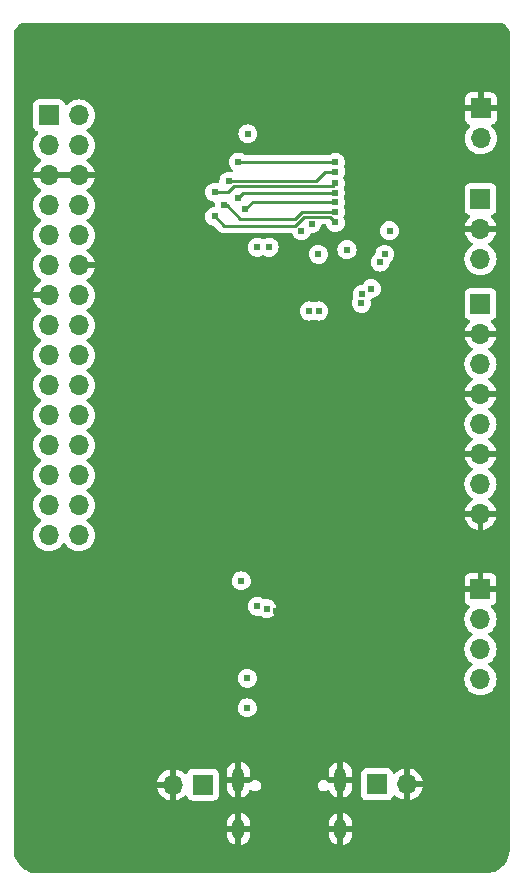
<source format=gbr>
%TF.GenerationSoftware,KiCad,Pcbnew,8.0.6*%
%TF.CreationDate,2024-12-02T04:17:18+07:00*%
%TF.ProjectId,PCB,5043422e-6b69-4636-9164-5f7063625858,rev?*%
%TF.SameCoordinates,Original*%
%TF.FileFunction,Copper,L2,Inr*%
%TF.FilePolarity,Positive*%
%FSLAX46Y46*%
G04 Gerber Fmt 4.6, Leading zero omitted, Abs format (unit mm)*
G04 Created by KiCad (PCBNEW 8.0.6) date 2024-12-02 04:17:18*
%MOMM*%
%LPD*%
G01*
G04 APERTURE LIST*
%TA.AperFunction,ComponentPad*%
%ADD10R,1.700000X1.700000*%
%TD*%
%TA.AperFunction,ComponentPad*%
%ADD11O,1.700000X1.700000*%
%TD*%
%TA.AperFunction,ComponentPad*%
%ADD12O,1.000000X1.800000*%
%TD*%
%TA.AperFunction,ComponentPad*%
%ADD13O,1.000000X2.100000*%
%TD*%
%TA.AperFunction,ViaPad*%
%ADD14C,0.604799*%
%TD*%
%TA.AperFunction,Conductor*%
%ADD15C,0.250000*%
%TD*%
G04 APERTURE END LIST*
D10*
%TO.N,/GPIO46*%
%TO.C,U4*%
X135500000Y-32920000D03*
D11*
%TO.N,GND*%
X135500000Y-35460000D03*
%TO.N,+3V3*%
X135500000Y-38000000D03*
%TD*%
D10*
%TO.N,GND*%
%TO.C,U3*%
X135500000Y-65960000D03*
D11*
%TO.N,+3V3*%
X135500000Y-68500000D03*
%TO.N,/I2C_SDA*%
X135500000Y-71040000D03*
%TO.N,/I2C_SCL*%
X135500000Y-73580000D03*
%TD*%
%TO.N,+3V3*%
%TO.C,J5*%
X101500000Y-61400000D03*
%TO.N,/GPIO14*%
X98960000Y-61400000D03*
%TO.N,/GPIO13*%
X101500000Y-58860000D03*
%TO.N,/GPIO12*%
X98960000Y-58860000D03*
%TO.N,/GPIO11*%
X101500000Y-56320000D03*
%TO.N,/GPIO10*%
X98960000Y-56320000D03*
%TO.N,/GPIO9*%
X101500000Y-53780000D03*
%TO.N,/GPIO8*%
X98960000Y-53780000D03*
%TO.N,/GPIO7*%
X101500000Y-51240000D03*
%TO.N,/GPIO6*%
X98960000Y-51240000D03*
%TO.N,/GPIO5*%
X101500000Y-48700000D03*
%TO.N,/GPIO4*%
X98960000Y-48700000D03*
%TO.N,/GPIO3*%
X101500000Y-46160000D03*
%TO.N,/GPIO2*%
X98960000Y-46160000D03*
%TO.N,/GPIO1*%
X101500000Y-43620000D03*
%TO.N,/GPIO48*%
X98960000Y-43620000D03*
%TO.N,/GPIO47*%
X101500000Y-41080000D03*
%TO.N,GND*%
X98960000Y-41080000D03*
X101500000Y-38540000D03*
%TO.N,/GPIO42*%
X98960000Y-38540000D03*
%TO.N,/GPIO41*%
X101500000Y-36000000D03*
%TO.N,/GPIO40*%
X98960000Y-36000000D03*
%TO.N,/GPIO39*%
X101500000Y-33460000D03*
%TO.N,/GPIO38*%
X98960000Y-33460000D03*
%TO.N,GND*%
X101500000Y-30920000D03*
X98960000Y-30920000D03*
%TO.N,/RXD*%
X101500000Y-28380000D03*
%TO.N,/TXD*%
X98960000Y-28380000D03*
%TO.N,/GPIO26*%
X101500000Y-25840000D03*
D10*
%TO.N,/GPIO21*%
X98960000Y-25840000D03*
%TD*%
%TO.N,VBUS*%
%TO.C,J2*%
X112000000Y-82500000D03*
D11*
%TO.N,GND*%
X109460000Y-82500000D03*
%TD*%
%TO.N,Net-(D3-A)*%
%TO.C,D3*%
X135525000Y-27790000D03*
D10*
%TO.N,GND*%
X135525000Y-25250000D03*
%TD*%
%TO.N,VBAT*%
%TO.C,J4*%
X126750000Y-82475000D03*
D11*
%TO.N,GND*%
X129290000Y-82475000D03*
%TD*%
D12*
%TO.N,GND*%
%TO.C,JUSB1*%
X123640000Y-86255000D03*
D13*
X123640000Y-82075000D03*
D12*
X115000000Y-86255000D03*
D13*
X115000000Y-82075000D03*
%TD*%
D10*
%TO.N,+3V3*%
%TO.C,J1*%
X135500000Y-41800000D03*
D11*
%TO.N,GND*%
X135500000Y-44340000D03*
%TO.N,+3V3*%
X135500000Y-46880000D03*
%TO.N,GND*%
X135500000Y-49420000D03*
%TO.N,+3V3*%
X135500000Y-51960000D03*
%TO.N,GND*%
X135500000Y-54500000D03*
%TO.N,+3V3*%
X135500000Y-57040000D03*
%TO.N,GND*%
X135500000Y-59580000D03*
%TD*%
D14*
%TO.N,GND*%
X118400000Y-26600000D03*
%TO.N,/GPIO41*%
X115000000Y-32800000D03*
%TO.N,/GPIO42*%
X123200000Y-31600000D03*
%TO.N,/GPIO38*%
X113000001Y-34400001D03*
%TO.N,/GPIO40*%
X115600000Y-33800000D03*
%TO.N,/GPIO39*%
X113800000Y-33460000D03*
%TO.N,/GPIO42*%
X113000000Y-32335140D03*
%TO.N,GND*%
X111400000Y-42600000D03*
%TO.N,/RXD*%
X115008184Y-29791816D03*
%TO.N,/TXD*%
X114191816Y-31408184D03*
%TO.N,GND*%
X106600000Y-69800000D03*
X111200000Y-59200000D03*
X131000000Y-47600000D03*
X131000000Y-55800000D03*
X116600000Y-49000000D03*
X117400000Y-63200000D03*
X121000000Y-74800000D03*
X111800000Y-75200000D03*
%TO.N,/GPIO38*%
X123200000Y-34900000D03*
%TO.N,/GPIO39*%
X123200000Y-34000000D03*
%TO.N,/GPIO40*%
X123200000Y-33200000D03*
%TO.N,/GPIO41*%
X123200000Y-32400000D03*
%TO.N,/TXD*%
X123200000Y-30600000D03*
%TO.N,/RXD*%
X123200000Y-29800000D03*
%TO.N,+3V3*%
X127800000Y-35600000D03*
%TO.N,/GPIO47*%
X121777259Y-37600000D03*
%TO.N,/GPIO48*%
X124200000Y-37200000D03*
%TO.N,+3V3*%
X115800000Y-27400000D03*
%TO.N,/GPIO21*%
X120335940Y-35600000D03*
%TO.N,/GPIO26*%
X121200000Y-35000000D03*
%TO.N,GND*%
X118200000Y-67800000D03*
%TO.N,/I2C_SDA*%
X117600000Y-37000000D03*
%TO.N,/I2C_SCL*%
X116600000Y-37000000D03*
%TO.N,GND*%
X124400000Y-39800000D03*
%TO.N,/GPIO33*%
X125422670Y-41750688D03*
X115250000Y-65250000D03*
%TO.N,/GPIO35*%
X126250000Y-40500000D03*
X117400000Y-67600000D03*
%TO.N,/GPIO36*%
X127000000Y-38250000D03*
%TO.N,/GPIO37*%
X127400000Y-37600000D03*
%TO.N,/GPIO36*%
X115750000Y-73500000D03*
%TO.N,/GPIO37*%
X115750000Y-76000000D03*
%TO.N,/I2C_SCL*%
X121000000Y-42400000D03*
%TO.N,/I2C_SDA*%
X121800000Y-42400000D03*
%TO.N,/GPIO34*%
X116600000Y-67400000D03*
X125500000Y-41000000D03*
%TD*%
D15*
%TO.N,/GPIO41*%
X115400000Y-32400000D02*
X123200000Y-32400000D01*
X115000000Y-32800000D02*
X115400000Y-32400000D01*
%TO.N,/GPIO40*%
X116200000Y-33200000D02*
X123200000Y-33200000D01*
X115600000Y-33800000D02*
X116200000Y-33200000D01*
%TO.N,/GPIO39*%
X115160891Y-34577260D02*
X119822740Y-34577260D01*
X119822740Y-34577260D02*
X120400000Y-34000000D01*
X120400000Y-34000000D02*
X123200000Y-34000000D01*
X113800000Y-33460000D02*
X114043631Y-33460000D01*
X114043631Y-33460000D02*
X115160891Y-34577260D01*
%TO.N,/GPIO38*%
X122722741Y-34422741D02*
X123200000Y-34900000D01*
X119822740Y-35177260D02*
X120577259Y-34422741D01*
X113000001Y-34400001D02*
X113777260Y-35177260D01*
X120577259Y-34422741D02*
X122722741Y-34422741D01*
X113777260Y-35177260D02*
X119822740Y-35177260D01*
%TO.N,/GPIO42*%
X122977259Y-31822741D02*
X123200000Y-31600000D01*
X114593629Y-31822741D02*
X122977259Y-31822741D01*
X114081230Y-32335140D02*
X114593629Y-31822741D01*
X113000000Y-32335140D02*
X114081230Y-32335140D01*
%TO.N,/TXD*%
X122365488Y-30600000D02*
X123200000Y-30600000D01*
X115216370Y-31400000D02*
X121565488Y-31400000D01*
X121565488Y-31400000D02*
X122365488Y-30600000D01*
X115208186Y-31408184D02*
X115216370Y-31400000D01*
X114191816Y-31408184D02*
X115208186Y-31408184D01*
%TO.N,/RXD*%
X116000000Y-29800000D02*
X123200000Y-29800000D01*
X115991816Y-29791816D02*
X116000000Y-29800000D01*
X115008184Y-29791816D02*
X115991816Y-29791816D01*
%TD*%
%TA.AperFunction,Conductor*%
%TO.N,GND*%
G36*
X101034075Y-30727007D02*
G01*
X101000000Y-30854174D01*
X101000000Y-30985826D01*
X101034075Y-31112993D01*
X101066988Y-31170000D01*
X99393012Y-31170000D01*
X99425925Y-31112993D01*
X99460000Y-30985826D01*
X99460000Y-30854174D01*
X99425925Y-30727007D01*
X99393012Y-30670000D01*
X101066988Y-30670000D01*
X101034075Y-30727007D01*
G37*
%TD.AperFunction*%
%TA.AperFunction,Conductor*%
G36*
X137001509Y-18000037D02*
G01*
X137007232Y-18000177D01*
X137087583Y-18002145D01*
X137108728Y-18004490D01*
X137279013Y-18038362D01*
X137302261Y-18045413D01*
X137461257Y-18111272D01*
X137482692Y-18122730D01*
X137625775Y-18218335D01*
X137644565Y-18233756D01*
X137766243Y-18355434D01*
X137781664Y-18374224D01*
X137877269Y-18517307D01*
X137888728Y-18538745D01*
X137954583Y-18697731D01*
X137961639Y-18720993D01*
X137995508Y-18891266D01*
X137997854Y-18912420D01*
X137999962Y-18998476D01*
X137999999Y-19001539D01*
X137985786Y-87984753D01*
X137985768Y-87986834D01*
X137983491Y-88120845D01*
X137982247Y-88136384D01*
X137943957Y-88402709D01*
X137940196Y-88419997D01*
X137864695Y-88677136D01*
X137858513Y-88693713D01*
X137747177Y-88937507D01*
X137738697Y-88953035D01*
X137593811Y-89178482D01*
X137583209Y-89192646D01*
X137407702Y-89395192D01*
X137395192Y-89407702D01*
X137192646Y-89583209D01*
X137178482Y-89593811D01*
X136953035Y-89738697D01*
X136937507Y-89747177D01*
X136693713Y-89858513D01*
X136677136Y-89864695D01*
X136419997Y-89940196D01*
X136402709Y-89943957D01*
X136136384Y-89982247D01*
X136120844Y-89983491D01*
X135986823Y-89985768D01*
X135984763Y-89985786D01*
X98001071Y-89999998D01*
X97998918Y-89999980D01*
X97864942Y-89997703D01*
X97849402Y-89996459D01*
X97583078Y-89958168D01*
X97565790Y-89954407D01*
X97308644Y-89878902D01*
X97292068Y-89872719D01*
X97048287Y-89761388D01*
X97032764Y-89752912D01*
X96807292Y-89608011D01*
X96793149Y-89597423D01*
X96590598Y-89421911D01*
X96578088Y-89409401D01*
X96544686Y-89370853D01*
X96402574Y-89206848D01*
X96391990Y-89192709D01*
X96247083Y-88967230D01*
X96238611Y-88951712D01*
X96127280Y-88707931D01*
X96121097Y-88691355D01*
X96045592Y-88434209D01*
X96041831Y-88416921D01*
X96003540Y-88150597D01*
X96002296Y-88135058D01*
X96002187Y-88128655D01*
X96000016Y-88000939D01*
X96000000Y-87999068D01*
X96000000Y-85756504D01*
X114000000Y-85756504D01*
X114000000Y-86005000D01*
X114700000Y-86005000D01*
X114700000Y-86505000D01*
X114000000Y-86505000D01*
X114000000Y-86753495D01*
X114038427Y-86946681D01*
X114038430Y-86946693D01*
X114113807Y-87128671D01*
X114113814Y-87128684D01*
X114223248Y-87292462D01*
X114223251Y-87292466D01*
X114362533Y-87431748D01*
X114362537Y-87431751D01*
X114526315Y-87541185D01*
X114526328Y-87541192D01*
X114708308Y-87616569D01*
X114750000Y-87624862D01*
X114750000Y-86821988D01*
X114759940Y-86839205D01*
X114815795Y-86895060D01*
X114884204Y-86934556D01*
X114960504Y-86955000D01*
X115039496Y-86955000D01*
X115115796Y-86934556D01*
X115184205Y-86895060D01*
X115240060Y-86839205D01*
X115250000Y-86821988D01*
X115250000Y-87624862D01*
X115291690Y-87616569D01*
X115291692Y-87616569D01*
X115473671Y-87541192D01*
X115473684Y-87541185D01*
X115637462Y-87431751D01*
X115637466Y-87431748D01*
X115776748Y-87292466D01*
X115776751Y-87292462D01*
X115886185Y-87128684D01*
X115886192Y-87128671D01*
X115961569Y-86946693D01*
X115961572Y-86946681D01*
X115999999Y-86753495D01*
X116000000Y-86753492D01*
X116000000Y-86505000D01*
X115300000Y-86505000D01*
X115300000Y-86005000D01*
X116000000Y-86005000D01*
X116000000Y-85756508D01*
X115999999Y-85756504D01*
X122640000Y-85756504D01*
X122640000Y-86005000D01*
X123340000Y-86005000D01*
X123340000Y-86505000D01*
X122640000Y-86505000D01*
X122640000Y-86753495D01*
X122678427Y-86946681D01*
X122678430Y-86946693D01*
X122753807Y-87128671D01*
X122753814Y-87128684D01*
X122863248Y-87292462D01*
X122863251Y-87292466D01*
X123002533Y-87431748D01*
X123002537Y-87431751D01*
X123166315Y-87541185D01*
X123166328Y-87541192D01*
X123348308Y-87616569D01*
X123390000Y-87624862D01*
X123390000Y-86821988D01*
X123399940Y-86839205D01*
X123455795Y-86895060D01*
X123524204Y-86934556D01*
X123600504Y-86955000D01*
X123679496Y-86955000D01*
X123755796Y-86934556D01*
X123824205Y-86895060D01*
X123880060Y-86839205D01*
X123890000Y-86821988D01*
X123890000Y-87624862D01*
X123931690Y-87616569D01*
X123931692Y-87616569D01*
X124113671Y-87541192D01*
X124113684Y-87541185D01*
X124277462Y-87431751D01*
X124277466Y-87431748D01*
X124416748Y-87292466D01*
X124416751Y-87292462D01*
X124526185Y-87128684D01*
X124526192Y-87128671D01*
X124601569Y-86946693D01*
X124601572Y-86946681D01*
X124639999Y-86753495D01*
X124640000Y-86753492D01*
X124640000Y-86505000D01*
X123940000Y-86505000D01*
X123940000Y-86005000D01*
X124640000Y-86005000D01*
X124640000Y-85756508D01*
X124639999Y-85756504D01*
X124601572Y-85563318D01*
X124601569Y-85563306D01*
X124526192Y-85381328D01*
X124526185Y-85381315D01*
X124416751Y-85217537D01*
X124416748Y-85217533D01*
X124277466Y-85078251D01*
X124277462Y-85078248D01*
X124113684Y-84968814D01*
X124113671Y-84968807D01*
X123931691Y-84893429D01*
X123931683Y-84893427D01*
X123890000Y-84885135D01*
X123890000Y-85688011D01*
X123880060Y-85670795D01*
X123824205Y-85614940D01*
X123755796Y-85575444D01*
X123679496Y-85555000D01*
X123600504Y-85555000D01*
X123524204Y-85575444D01*
X123455795Y-85614940D01*
X123399940Y-85670795D01*
X123390000Y-85688011D01*
X123390000Y-84885136D01*
X123389999Y-84885135D01*
X123348316Y-84893427D01*
X123348308Y-84893429D01*
X123166328Y-84968807D01*
X123166315Y-84968814D01*
X123002537Y-85078248D01*
X123002533Y-85078251D01*
X122863251Y-85217533D01*
X122863248Y-85217537D01*
X122753814Y-85381315D01*
X122753807Y-85381328D01*
X122678430Y-85563306D01*
X122678427Y-85563318D01*
X122640000Y-85756504D01*
X115999999Y-85756504D01*
X115961572Y-85563318D01*
X115961569Y-85563306D01*
X115886192Y-85381328D01*
X115886185Y-85381315D01*
X115776751Y-85217537D01*
X115776748Y-85217533D01*
X115637466Y-85078251D01*
X115637462Y-85078248D01*
X115473684Y-84968814D01*
X115473671Y-84968807D01*
X115291691Y-84893429D01*
X115291683Y-84893427D01*
X115250000Y-84885135D01*
X115250000Y-85688011D01*
X115240060Y-85670795D01*
X115184205Y-85614940D01*
X115115796Y-85575444D01*
X115039496Y-85555000D01*
X114960504Y-85555000D01*
X114884204Y-85575444D01*
X114815795Y-85614940D01*
X114759940Y-85670795D01*
X114750000Y-85688011D01*
X114750000Y-84885136D01*
X114749999Y-84885135D01*
X114708316Y-84893427D01*
X114708308Y-84893429D01*
X114526328Y-84968807D01*
X114526315Y-84968814D01*
X114362537Y-85078248D01*
X114362533Y-85078251D01*
X114223251Y-85217533D01*
X114223248Y-85217537D01*
X114113814Y-85381315D01*
X114113807Y-85381328D01*
X114038430Y-85563306D01*
X114038427Y-85563318D01*
X114000000Y-85756504D01*
X96000000Y-85756504D01*
X96000000Y-82249999D01*
X108129364Y-82249999D01*
X108129364Y-82250000D01*
X109026988Y-82250000D01*
X108994075Y-82307007D01*
X108960000Y-82434174D01*
X108960000Y-82565826D01*
X108994075Y-82692993D01*
X109026988Y-82750000D01*
X108129364Y-82750000D01*
X108186567Y-82963486D01*
X108186570Y-82963492D01*
X108286399Y-83177578D01*
X108421894Y-83371082D01*
X108588917Y-83538105D01*
X108782421Y-83673600D01*
X108996507Y-83773429D01*
X108996516Y-83773433D01*
X109210000Y-83830634D01*
X109210000Y-82933012D01*
X109267007Y-82965925D01*
X109394174Y-83000000D01*
X109525826Y-83000000D01*
X109652993Y-82965925D01*
X109710000Y-82933012D01*
X109710000Y-83830633D01*
X109923483Y-83773433D01*
X109923492Y-83773429D01*
X110137578Y-83673600D01*
X110331078Y-83538108D01*
X110453133Y-83416053D01*
X110514456Y-83382568D01*
X110584148Y-83387552D01*
X110640082Y-83429423D01*
X110656997Y-83460401D01*
X110706202Y-83592328D01*
X110706206Y-83592335D01*
X110792452Y-83707544D01*
X110792455Y-83707547D01*
X110907664Y-83793793D01*
X110907671Y-83793797D01*
X111042517Y-83844091D01*
X111042516Y-83844091D01*
X111049444Y-83844835D01*
X111102127Y-83850500D01*
X112897872Y-83850499D01*
X112957483Y-83844091D01*
X113092331Y-83793796D01*
X113207546Y-83707546D01*
X113293796Y-83592331D01*
X113344091Y-83457483D01*
X113350500Y-83397873D01*
X113350499Y-81602128D01*
X113344091Y-81542517D01*
X113343002Y-81539598D01*
X113300821Y-81426504D01*
X114000000Y-81426504D01*
X114000000Y-81825000D01*
X114700000Y-81825000D01*
X114700000Y-82325000D01*
X114000000Y-82325000D01*
X114000000Y-82723495D01*
X114038427Y-82916681D01*
X114038430Y-82916693D01*
X114113807Y-83098671D01*
X114113814Y-83098684D01*
X114223248Y-83262462D01*
X114223251Y-83262466D01*
X114362533Y-83401748D01*
X114362537Y-83401751D01*
X114526315Y-83511185D01*
X114526328Y-83511192D01*
X114708308Y-83586569D01*
X114750000Y-83594862D01*
X114750000Y-82791988D01*
X114759940Y-82809205D01*
X114815795Y-82865060D01*
X114884204Y-82904556D01*
X114960504Y-82925000D01*
X115039496Y-82925000D01*
X115115796Y-82904556D01*
X115184205Y-82865060D01*
X115240060Y-82809205D01*
X115250000Y-82791988D01*
X115250000Y-83594862D01*
X115291690Y-83586569D01*
X115291692Y-83586569D01*
X115473671Y-83511192D01*
X115473684Y-83511185D01*
X115637462Y-83401751D01*
X115637466Y-83401748D01*
X115776748Y-83262466D01*
X115776751Y-83262462D01*
X115886185Y-83098684D01*
X115886191Y-83098672D01*
X115929878Y-82993202D01*
X115973718Y-82938798D01*
X116040012Y-82916733D01*
X116107712Y-82934012D01*
X116132120Y-82952973D01*
X116136562Y-82957415D01*
X116245537Y-83020332D01*
X116367083Y-83052900D01*
X116367085Y-83052900D01*
X116492915Y-83052900D01*
X116492917Y-83052900D01*
X116614463Y-83020332D01*
X116723438Y-82957415D01*
X116812415Y-82868438D01*
X116875332Y-82759463D01*
X116907900Y-82637917D01*
X116907900Y-82512083D01*
X121732100Y-82512083D01*
X121732100Y-82637916D01*
X121764668Y-82759464D01*
X121792118Y-82807007D01*
X121827585Y-82868438D01*
X121916562Y-82957415D01*
X122025537Y-83020332D01*
X122147083Y-83052900D01*
X122147085Y-83052900D01*
X122272915Y-83052900D01*
X122272917Y-83052900D01*
X122394463Y-83020332D01*
X122503438Y-82957415D01*
X122507878Y-82952974D01*
X122569196Y-82919489D01*
X122638888Y-82924470D01*
X122694823Y-82966339D01*
X122710121Y-82993201D01*
X122753809Y-83098675D01*
X122753814Y-83098684D01*
X122863248Y-83262462D01*
X122863251Y-83262466D01*
X123002533Y-83401748D01*
X123002537Y-83401751D01*
X123166315Y-83511185D01*
X123166328Y-83511192D01*
X123348308Y-83586569D01*
X123390000Y-83594862D01*
X123390000Y-82791988D01*
X123399940Y-82809205D01*
X123455795Y-82865060D01*
X123524204Y-82904556D01*
X123600504Y-82925000D01*
X123679496Y-82925000D01*
X123755796Y-82904556D01*
X123824205Y-82865060D01*
X123880060Y-82809205D01*
X123890000Y-82791988D01*
X123890000Y-83594862D01*
X123931690Y-83586569D01*
X123931692Y-83586569D01*
X124113671Y-83511192D01*
X124113684Y-83511185D01*
X124277462Y-83401751D01*
X124277466Y-83401748D01*
X124416748Y-83262466D01*
X124416751Y-83262462D01*
X124526185Y-83098684D01*
X124526192Y-83098671D01*
X124601569Y-82916693D01*
X124601572Y-82916681D01*
X124639999Y-82723495D01*
X124640000Y-82723492D01*
X124640000Y-82325000D01*
X123940000Y-82325000D01*
X123940000Y-81825000D01*
X124640000Y-81825000D01*
X124640000Y-81577135D01*
X125399500Y-81577135D01*
X125399500Y-83372870D01*
X125399501Y-83372876D01*
X125405908Y-83432483D01*
X125456202Y-83567328D01*
X125456206Y-83567335D01*
X125542452Y-83682544D01*
X125542455Y-83682547D01*
X125657664Y-83768793D01*
X125657671Y-83768797D01*
X125792517Y-83819091D01*
X125792516Y-83819091D01*
X125799444Y-83819835D01*
X125852127Y-83825500D01*
X127647872Y-83825499D01*
X127707483Y-83819091D01*
X127842331Y-83768796D01*
X127957546Y-83682546D01*
X128043796Y-83567331D01*
X128054696Y-83538108D01*
X128083678Y-83460401D01*
X128093002Y-83435401D01*
X128134872Y-83379468D01*
X128200337Y-83355050D01*
X128268610Y-83369901D01*
X128296865Y-83391053D01*
X128418917Y-83513105D01*
X128612421Y-83648600D01*
X128826507Y-83748429D01*
X128826516Y-83748433D01*
X129040000Y-83805634D01*
X129040000Y-82908012D01*
X129097007Y-82940925D01*
X129224174Y-82975000D01*
X129355826Y-82975000D01*
X129482993Y-82940925D01*
X129540000Y-82908012D01*
X129540000Y-83805633D01*
X129753483Y-83748433D01*
X129753492Y-83748429D01*
X129967578Y-83648600D01*
X130161082Y-83513105D01*
X130328105Y-83346082D01*
X130463600Y-83152578D01*
X130563429Y-82938492D01*
X130563432Y-82938486D01*
X130620636Y-82725000D01*
X129723012Y-82725000D01*
X129755925Y-82667993D01*
X129790000Y-82540826D01*
X129790000Y-82409174D01*
X129755925Y-82282007D01*
X129723012Y-82225000D01*
X130620636Y-82225000D01*
X130620635Y-82224999D01*
X130563432Y-82011513D01*
X130563429Y-82011507D01*
X130463600Y-81797422D01*
X130463599Y-81797420D01*
X130328113Y-81603926D01*
X130328108Y-81603920D01*
X130161082Y-81436894D01*
X129967578Y-81301399D01*
X129753492Y-81201570D01*
X129753486Y-81201567D01*
X129540000Y-81144364D01*
X129540000Y-82041988D01*
X129482993Y-82009075D01*
X129355826Y-81975000D01*
X129224174Y-81975000D01*
X129097007Y-82009075D01*
X129040000Y-82041988D01*
X129040000Y-81144364D01*
X129039999Y-81144364D01*
X128826513Y-81201567D01*
X128826507Y-81201570D01*
X128612422Y-81301399D01*
X128612420Y-81301400D01*
X128418926Y-81436886D01*
X128296865Y-81558947D01*
X128235542Y-81592431D01*
X128165850Y-81587447D01*
X128109917Y-81545575D01*
X128093002Y-81514598D01*
X128043797Y-81382671D01*
X128043793Y-81382664D01*
X127957547Y-81267455D01*
X127957544Y-81267452D01*
X127842335Y-81181206D01*
X127842328Y-81181202D01*
X127707482Y-81130908D01*
X127707483Y-81130908D01*
X127647883Y-81124501D01*
X127647881Y-81124500D01*
X127647873Y-81124500D01*
X127647864Y-81124500D01*
X125852129Y-81124500D01*
X125852123Y-81124501D01*
X125792516Y-81130908D01*
X125657671Y-81181202D01*
X125657664Y-81181206D01*
X125542455Y-81267452D01*
X125542452Y-81267455D01*
X125456206Y-81382664D01*
X125456202Y-81382671D01*
X125405908Y-81517517D01*
X125399501Y-81577116D01*
X125399500Y-81577135D01*
X124640000Y-81577135D01*
X124640000Y-81426508D01*
X124639999Y-81426504D01*
X124601572Y-81233318D01*
X124601569Y-81233306D01*
X124526192Y-81051328D01*
X124526185Y-81051315D01*
X124416751Y-80887537D01*
X124416748Y-80887533D01*
X124277466Y-80748251D01*
X124277462Y-80748248D01*
X124113684Y-80638814D01*
X124113671Y-80638807D01*
X123931691Y-80563429D01*
X123931683Y-80563427D01*
X123890000Y-80555135D01*
X123890000Y-81358011D01*
X123880060Y-81340795D01*
X123824205Y-81284940D01*
X123755796Y-81245444D01*
X123679496Y-81225000D01*
X123600504Y-81225000D01*
X123524204Y-81245444D01*
X123455795Y-81284940D01*
X123399940Y-81340795D01*
X123390000Y-81358011D01*
X123390000Y-80555136D01*
X123389999Y-80555135D01*
X123348316Y-80563427D01*
X123348308Y-80563429D01*
X123166328Y-80638807D01*
X123166315Y-80638814D01*
X123002537Y-80748248D01*
X123002533Y-80748251D01*
X122863251Y-80887533D01*
X122863248Y-80887537D01*
X122753814Y-81051315D01*
X122753807Y-81051328D01*
X122678430Y-81233306D01*
X122678427Y-81233318D01*
X122640000Y-81426504D01*
X122640000Y-81825000D01*
X123340000Y-81825000D01*
X123340000Y-82325000D01*
X122686896Y-82325000D01*
X122619857Y-82305315D01*
X122599177Y-82286293D01*
X122598162Y-82287309D01*
X122503440Y-82192587D01*
X122503438Y-82192585D01*
X122448950Y-82161126D01*
X122394464Y-82129668D01*
X122333690Y-82113384D01*
X122272917Y-82097100D01*
X122147083Y-82097100D01*
X122025535Y-82129668D01*
X121916562Y-82192585D01*
X121916559Y-82192587D01*
X121827587Y-82281559D01*
X121827585Y-82281562D01*
X121764668Y-82390535D01*
X121732100Y-82512083D01*
X116907900Y-82512083D01*
X116875332Y-82390537D01*
X116812415Y-82281562D01*
X116723438Y-82192585D01*
X116668950Y-82161126D01*
X116614464Y-82129668D01*
X116553690Y-82113384D01*
X116492917Y-82097100D01*
X116367083Y-82097100D01*
X116245535Y-82129668D01*
X116136562Y-82192585D01*
X116136559Y-82192587D01*
X116041838Y-82287309D01*
X116039653Y-82285124D01*
X115995040Y-82317694D01*
X115953104Y-82325000D01*
X115300000Y-82325000D01*
X115300000Y-81825000D01*
X116000000Y-81825000D01*
X116000000Y-81426508D01*
X115999999Y-81426504D01*
X115961572Y-81233318D01*
X115961569Y-81233306D01*
X115886192Y-81051328D01*
X115886185Y-81051315D01*
X115776751Y-80887537D01*
X115776748Y-80887533D01*
X115637466Y-80748251D01*
X115637462Y-80748248D01*
X115473684Y-80638814D01*
X115473671Y-80638807D01*
X115291691Y-80563429D01*
X115291683Y-80563427D01*
X115250000Y-80555135D01*
X115250000Y-81358011D01*
X115240060Y-81340795D01*
X115184205Y-81284940D01*
X115115796Y-81245444D01*
X115039496Y-81225000D01*
X114960504Y-81225000D01*
X114884204Y-81245444D01*
X114815795Y-81284940D01*
X114759940Y-81340795D01*
X114750000Y-81358011D01*
X114750000Y-80555136D01*
X114749999Y-80555135D01*
X114708316Y-80563427D01*
X114708308Y-80563429D01*
X114526328Y-80638807D01*
X114526315Y-80638814D01*
X114362537Y-80748248D01*
X114362533Y-80748251D01*
X114223251Y-80887533D01*
X114223248Y-80887537D01*
X114113814Y-81051315D01*
X114113807Y-81051328D01*
X114038430Y-81233306D01*
X114038427Y-81233318D01*
X114000000Y-81426504D01*
X113300821Y-81426504D01*
X113293797Y-81407671D01*
X113293793Y-81407664D01*
X113207547Y-81292455D01*
X113207544Y-81292452D01*
X113092335Y-81206206D01*
X113092328Y-81206202D01*
X112957482Y-81155908D01*
X112957483Y-81155908D01*
X112897883Y-81149501D01*
X112897881Y-81149500D01*
X112897873Y-81149500D01*
X112897864Y-81149500D01*
X111102129Y-81149500D01*
X111102123Y-81149501D01*
X111042516Y-81155908D01*
X110907671Y-81206202D01*
X110907664Y-81206206D01*
X110792455Y-81292452D01*
X110792452Y-81292455D01*
X110706206Y-81407664D01*
X110706202Y-81407671D01*
X110656997Y-81539598D01*
X110615126Y-81595532D01*
X110549661Y-81619949D01*
X110481388Y-81605097D01*
X110453134Y-81583946D01*
X110331082Y-81461894D01*
X110137578Y-81326399D01*
X109923492Y-81226570D01*
X109923486Y-81226567D01*
X109710000Y-81169364D01*
X109710000Y-82066988D01*
X109652993Y-82034075D01*
X109525826Y-82000000D01*
X109394174Y-82000000D01*
X109267007Y-82034075D01*
X109210000Y-82066988D01*
X109210000Y-81169364D01*
X109209999Y-81169364D01*
X108996513Y-81226567D01*
X108996507Y-81226570D01*
X108782422Y-81326399D01*
X108782420Y-81326400D01*
X108588926Y-81461886D01*
X108588920Y-81461891D01*
X108421891Y-81628920D01*
X108421886Y-81628926D01*
X108286400Y-81822420D01*
X108286399Y-81822422D01*
X108186570Y-82036507D01*
X108186567Y-82036513D01*
X108129364Y-82249999D01*
X96000000Y-82249999D01*
X96000000Y-75999997D01*
X114942021Y-75999997D01*
X114942021Y-76000002D01*
X114962277Y-76179789D01*
X115007691Y-76309573D01*
X115022036Y-76350569D01*
X115118297Y-76503767D01*
X115246233Y-76631703D01*
X115399431Y-76727964D01*
X115529212Y-76773376D01*
X115570210Y-76787722D01*
X115749997Y-76807979D01*
X115750000Y-76807979D01*
X115750003Y-76807979D01*
X115929789Y-76787722D01*
X115929792Y-76787721D01*
X116100569Y-76727964D01*
X116253767Y-76631703D01*
X116381703Y-76503767D01*
X116477964Y-76350569D01*
X116537721Y-76179792D01*
X116537721Y-76179791D01*
X116537722Y-76179789D01*
X116557979Y-76000002D01*
X116557979Y-75999997D01*
X116537722Y-75820210D01*
X116523376Y-75779212D01*
X116477964Y-75649431D01*
X116381703Y-75496233D01*
X116253767Y-75368297D01*
X116100569Y-75272036D01*
X116059573Y-75257691D01*
X115929789Y-75212277D01*
X115750003Y-75192021D01*
X115749997Y-75192021D01*
X115570210Y-75212277D01*
X115399428Y-75272037D01*
X115246232Y-75368297D01*
X115118297Y-75496232D01*
X115022037Y-75649428D01*
X114962277Y-75820210D01*
X114942021Y-75999997D01*
X96000000Y-75999997D01*
X96000000Y-73499997D01*
X114942021Y-73499997D01*
X114942021Y-73500002D01*
X114962277Y-73679789D01*
X115007691Y-73809573D01*
X115022036Y-73850569D01*
X115118297Y-74003767D01*
X115246233Y-74131703D01*
X115399431Y-74227964D01*
X115529212Y-74273376D01*
X115570210Y-74287722D01*
X115749997Y-74307979D01*
X115750000Y-74307979D01*
X115750003Y-74307979D01*
X115929789Y-74287722D01*
X115929792Y-74287721D01*
X116100569Y-74227964D01*
X116253767Y-74131703D01*
X116381703Y-74003767D01*
X116477964Y-73850569D01*
X116537721Y-73679792D01*
X116537721Y-73679791D01*
X116537722Y-73679789D01*
X116557979Y-73500002D01*
X116557979Y-73499997D01*
X116537722Y-73320210D01*
X116523376Y-73279212D01*
X116477964Y-73149431D01*
X116381703Y-72996233D01*
X116253767Y-72868297D01*
X116100569Y-72772036D01*
X116059573Y-72757691D01*
X115929789Y-72712277D01*
X115750003Y-72692021D01*
X115749997Y-72692021D01*
X115570210Y-72712277D01*
X115399428Y-72772037D01*
X115246232Y-72868297D01*
X115118297Y-72996232D01*
X115022037Y-73149428D01*
X114962277Y-73320210D01*
X114942021Y-73499997D01*
X96000000Y-73499997D01*
X96000000Y-68499999D01*
X134144341Y-68499999D01*
X134144341Y-68500000D01*
X134164936Y-68735403D01*
X134164938Y-68735413D01*
X134226094Y-68963655D01*
X134226096Y-68963659D01*
X134226097Y-68963663D01*
X134325965Y-69177830D01*
X134325967Y-69177834D01*
X134461501Y-69371395D01*
X134461506Y-69371402D01*
X134628597Y-69538493D01*
X134628603Y-69538498D01*
X134814158Y-69668425D01*
X134857783Y-69723002D01*
X134864977Y-69792500D01*
X134833454Y-69854855D01*
X134814158Y-69871575D01*
X134628597Y-70001505D01*
X134461505Y-70168597D01*
X134325965Y-70362169D01*
X134325964Y-70362171D01*
X134226098Y-70576335D01*
X134226094Y-70576344D01*
X134164938Y-70804586D01*
X134164936Y-70804596D01*
X134144341Y-71039999D01*
X134144341Y-71040000D01*
X134164936Y-71275403D01*
X134164938Y-71275413D01*
X134226094Y-71503655D01*
X134226096Y-71503659D01*
X134226097Y-71503663D01*
X134325965Y-71717830D01*
X134325967Y-71717834D01*
X134461501Y-71911395D01*
X134461506Y-71911402D01*
X134628597Y-72078493D01*
X134628603Y-72078498D01*
X134814158Y-72208425D01*
X134857783Y-72263002D01*
X134864977Y-72332500D01*
X134833454Y-72394855D01*
X134814158Y-72411575D01*
X134628597Y-72541505D01*
X134461505Y-72708597D01*
X134325965Y-72902169D01*
X134325964Y-72902171D01*
X134226098Y-73116335D01*
X134226094Y-73116344D01*
X134164938Y-73344586D01*
X134164936Y-73344596D01*
X134144341Y-73579999D01*
X134144341Y-73580000D01*
X134164936Y-73815403D01*
X134164938Y-73815413D01*
X134226094Y-74043655D01*
X134226096Y-74043659D01*
X134226097Y-74043663D01*
X134267151Y-74131703D01*
X134325965Y-74257830D01*
X134325967Y-74257834D01*
X134434281Y-74412521D01*
X134461505Y-74451401D01*
X134628599Y-74618495D01*
X134725384Y-74686265D01*
X134822165Y-74754032D01*
X134822167Y-74754033D01*
X134822170Y-74754035D01*
X135036337Y-74853903D01*
X135264592Y-74915063D01*
X135452918Y-74931539D01*
X135499999Y-74935659D01*
X135500000Y-74935659D01*
X135500001Y-74935659D01*
X135539234Y-74932226D01*
X135735408Y-74915063D01*
X135963663Y-74853903D01*
X136177830Y-74754035D01*
X136371401Y-74618495D01*
X136538495Y-74451401D01*
X136674035Y-74257830D01*
X136773903Y-74043663D01*
X136835063Y-73815408D01*
X136855659Y-73580000D01*
X136835063Y-73344592D01*
X136773903Y-73116337D01*
X136674035Y-72902171D01*
X136650317Y-72868297D01*
X136538494Y-72708597D01*
X136371402Y-72541506D01*
X136371396Y-72541501D01*
X136185842Y-72411575D01*
X136142217Y-72356998D01*
X136135023Y-72287500D01*
X136166546Y-72225145D01*
X136185842Y-72208425D01*
X136208026Y-72192891D01*
X136371401Y-72078495D01*
X136538495Y-71911401D01*
X136674035Y-71717830D01*
X136773903Y-71503663D01*
X136835063Y-71275408D01*
X136855659Y-71040000D01*
X136835063Y-70804592D01*
X136773903Y-70576337D01*
X136674035Y-70362171D01*
X136538495Y-70168599D01*
X136538494Y-70168597D01*
X136371402Y-70001506D01*
X136371396Y-70001501D01*
X136185842Y-69871575D01*
X136142217Y-69816998D01*
X136135023Y-69747500D01*
X136166546Y-69685145D01*
X136185842Y-69668425D01*
X136208026Y-69652891D01*
X136371401Y-69538495D01*
X136538495Y-69371401D01*
X136674035Y-69177830D01*
X136773903Y-68963663D01*
X136835063Y-68735408D01*
X136855659Y-68500000D01*
X136835063Y-68264592D01*
X136773903Y-68036337D01*
X136674035Y-67822171D01*
X136623900Y-67750571D01*
X136538496Y-67628600D01*
X136489685Y-67579789D01*
X136416179Y-67506283D01*
X136382696Y-67444963D01*
X136387680Y-67375271D01*
X136429551Y-67319337D01*
X136460529Y-67302422D01*
X136592086Y-67253354D01*
X136592093Y-67253350D01*
X136707187Y-67167190D01*
X136707190Y-67167187D01*
X136793350Y-67052093D01*
X136793354Y-67052086D01*
X136843596Y-66917379D01*
X136843598Y-66917372D01*
X136849999Y-66857844D01*
X136850000Y-66857827D01*
X136850000Y-66210000D01*
X135933012Y-66210000D01*
X135965925Y-66152993D01*
X136000000Y-66025826D01*
X136000000Y-65894174D01*
X135965925Y-65767007D01*
X135933012Y-65710000D01*
X136850000Y-65710000D01*
X136850000Y-65062172D01*
X136849999Y-65062155D01*
X136843598Y-65002627D01*
X136843596Y-65002620D01*
X136793354Y-64867913D01*
X136793350Y-64867906D01*
X136707190Y-64752812D01*
X136707187Y-64752809D01*
X136592093Y-64666649D01*
X136592086Y-64666645D01*
X136457379Y-64616403D01*
X136457372Y-64616401D01*
X136397844Y-64610000D01*
X135750000Y-64610000D01*
X135750000Y-65526988D01*
X135692993Y-65494075D01*
X135565826Y-65460000D01*
X135434174Y-65460000D01*
X135307007Y-65494075D01*
X135250000Y-65526988D01*
X135250000Y-64610000D01*
X134602155Y-64610000D01*
X134542627Y-64616401D01*
X134542620Y-64616403D01*
X134407913Y-64666645D01*
X134407906Y-64666649D01*
X134292812Y-64752809D01*
X134292809Y-64752812D01*
X134206649Y-64867906D01*
X134206645Y-64867913D01*
X134156403Y-65002620D01*
X134156401Y-65002627D01*
X134150000Y-65062155D01*
X134150000Y-65710000D01*
X135066988Y-65710000D01*
X135034075Y-65767007D01*
X135000000Y-65894174D01*
X135000000Y-66025826D01*
X135034075Y-66152993D01*
X135066988Y-66210000D01*
X134150000Y-66210000D01*
X134150000Y-66857844D01*
X134156401Y-66917372D01*
X134156403Y-66917379D01*
X134206645Y-67052086D01*
X134206649Y-67052093D01*
X134292809Y-67167187D01*
X134292812Y-67167190D01*
X134407906Y-67253350D01*
X134407913Y-67253354D01*
X134539470Y-67302421D01*
X134595403Y-67344292D01*
X134619821Y-67409756D01*
X134604970Y-67478029D01*
X134583819Y-67506284D01*
X134461503Y-67628600D01*
X134325965Y-67822169D01*
X134325964Y-67822171D01*
X134226098Y-68036335D01*
X134226094Y-68036344D01*
X134164938Y-68264586D01*
X134164936Y-68264596D01*
X134144341Y-68499999D01*
X96000000Y-68499999D01*
X96000000Y-67399997D01*
X115792021Y-67399997D01*
X115792021Y-67400002D01*
X115812277Y-67579789D01*
X115857691Y-67709573D01*
X115872036Y-67750569D01*
X115968297Y-67903767D01*
X116096233Y-68031703D01*
X116249431Y-68127964D01*
X116366529Y-68168938D01*
X116420210Y-68187722D01*
X116599997Y-68207979D01*
X116600000Y-68207979D01*
X116600003Y-68207979D01*
X116785574Y-68187070D01*
X116854396Y-68199124D01*
X116887139Y-68222609D01*
X116896233Y-68231703D01*
X117049431Y-68327964D01*
X117179212Y-68373376D01*
X117220210Y-68387722D01*
X117399997Y-68407979D01*
X117400000Y-68407979D01*
X117400003Y-68407979D01*
X117579789Y-68387722D01*
X117579792Y-68387721D01*
X117750569Y-68327964D01*
X117903767Y-68231703D01*
X118031703Y-68103767D01*
X118127964Y-67950569D01*
X118187721Y-67779792D01*
X118187721Y-67779791D01*
X118187722Y-67779789D01*
X118207979Y-67600002D01*
X118207979Y-67599997D01*
X118187722Y-67420210D01*
X118146506Y-67302422D01*
X118127964Y-67249431D01*
X118031703Y-67096233D01*
X117903767Y-66968297D01*
X117750569Y-66872036D01*
X117709573Y-66857691D01*
X117579789Y-66812277D01*
X117400003Y-66792021D01*
X117399996Y-66792021D01*
X117214424Y-66812929D01*
X117145602Y-66800874D01*
X117112860Y-66777390D01*
X117103767Y-66768297D01*
X116950571Y-66672037D01*
X116950570Y-66672036D01*
X116950569Y-66672036D01*
X116909573Y-66657691D01*
X116779789Y-66612277D01*
X116600003Y-66592021D01*
X116599997Y-66592021D01*
X116420210Y-66612277D01*
X116249428Y-66672037D01*
X116096232Y-66768297D01*
X115968297Y-66896232D01*
X115872037Y-67049428D01*
X115812277Y-67220210D01*
X115792021Y-67399997D01*
X96000000Y-67399997D01*
X96000000Y-65249997D01*
X114442021Y-65249997D01*
X114442021Y-65250002D01*
X114462277Y-65429789D01*
X114484772Y-65494075D01*
X114522036Y-65600569D01*
X114618297Y-65753767D01*
X114746233Y-65881703D01*
X114899431Y-65977964D01*
X115029212Y-66023376D01*
X115070210Y-66037722D01*
X115249997Y-66057979D01*
X115250000Y-66057979D01*
X115250003Y-66057979D01*
X115429789Y-66037722D01*
X115429792Y-66037721D01*
X115600569Y-65977964D01*
X115753767Y-65881703D01*
X115881703Y-65753767D01*
X115977964Y-65600569D01*
X116037721Y-65429792D01*
X116037721Y-65429791D01*
X116037722Y-65429789D01*
X116057979Y-65250002D01*
X116057979Y-65249997D01*
X116037722Y-65070210D01*
X116023376Y-65029212D01*
X115977964Y-64899431D01*
X115881703Y-64746233D01*
X115753767Y-64618297D01*
X115600569Y-64522036D01*
X115559573Y-64507691D01*
X115429789Y-64462277D01*
X115250003Y-64442021D01*
X115249997Y-64442021D01*
X115070210Y-64462277D01*
X114899428Y-64522037D01*
X114746232Y-64618297D01*
X114618297Y-64746232D01*
X114522037Y-64899428D01*
X114462277Y-65070210D01*
X114442021Y-65249997D01*
X96000000Y-65249997D01*
X96000000Y-28379999D01*
X97604341Y-28379999D01*
X97604341Y-28380000D01*
X97624936Y-28615403D01*
X97624938Y-28615413D01*
X97686094Y-28843655D01*
X97686096Y-28843659D01*
X97686097Y-28843663D01*
X97755278Y-28992021D01*
X97785965Y-29057830D01*
X97785967Y-29057834D01*
X97867658Y-29174500D01*
X97921501Y-29251396D01*
X97921506Y-29251402D01*
X98088597Y-29418493D01*
X98088603Y-29418498D01*
X98274594Y-29548730D01*
X98318219Y-29603307D01*
X98325413Y-29672805D01*
X98293890Y-29735160D01*
X98274595Y-29751880D01*
X98088922Y-29881890D01*
X98088920Y-29881891D01*
X97921891Y-30048920D01*
X97921886Y-30048926D01*
X97786400Y-30242420D01*
X97786399Y-30242422D01*
X97686570Y-30456507D01*
X97686567Y-30456513D01*
X97629364Y-30669999D01*
X97629364Y-30670000D01*
X98526988Y-30670000D01*
X98494075Y-30727007D01*
X98460000Y-30854174D01*
X98460000Y-30985826D01*
X98494075Y-31112993D01*
X98526988Y-31170000D01*
X97629364Y-31170000D01*
X97686567Y-31383486D01*
X97686570Y-31383492D01*
X97786399Y-31597578D01*
X97921894Y-31791082D01*
X98088917Y-31958105D01*
X98274595Y-32088119D01*
X98318219Y-32142696D01*
X98325412Y-32212195D01*
X98293890Y-32274549D01*
X98274595Y-32291269D01*
X98088594Y-32421508D01*
X97921505Y-32588597D01*
X97785965Y-32782169D01*
X97785964Y-32782171D01*
X97686098Y-32996335D01*
X97686094Y-32996344D01*
X97624938Y-33224586D01*
X97624936Y-33224596D01*
X97604341Y-33459999D01*
X97604341Y-33460000D01*
X97624936Y-33695403D01*
X97624938Y-33695413D01*
X97686094Y-33923655D01*
X97686096Y-33923659D01*
X97686097Y-33923663D01*
X97781170Y-34127547D01*
X97785965Y-34137830D01*
X97785967Y-34137834D01*
X97865253Y-34251065D01*
X97921501Y-34331396D01*
X97921506Y-34331402D01*
X98088597Y-34498493D01*
X98088603Y-34498498D01*
X98274158Y-34628425D01*
X98317783Y-34683002D01*
X98324977Y-34752500D01*
X98293454Y-34814855D01*
X98274158Y-34831575D01*
X98088597Y-34961505D01*
X97921505Y-35128597D01*
X97785965Y-35322169D01*
X97785964Y-35322171D01*
X97686098Y-35536335D01*
X97686094Y-35536344D01*
X97624938Y-35764586D01*
X97624936Y-35764596D01*
X97604341Y-35999999D01*
X97604341Y-36000000D01*
X97624936Y-36235403D01*
X97624938Y-36235413D01*
X97686094Y-36463655D01*
X97686096Y-36463659D01*
X97686097Y-36463663D01*
X97701285Y-36496233D01*
X97785965Y-36677830D01*
X97785967Y-36677834D01*
X97838036Y-36752195D01*
X97921501Y-36871396D01*
X97921506Y-36871402D01*
X98088597Y-37038493D01*
X98088603Y-37038498D01*
X98274158Y-37168425D01*
X98317783Y-37223002D01*
X98324977Y-37292500D01*
X98293454Y-37354855D01*
X98274158Y-37371575D01*
X98088597Y-37501505D01*
X97921505Y-37668597D01*
X97785965Y-37862169D01*
X97785964Y-37862171D01*
X97686098Y-38076335D01*
X97686094Y-38076344D01*
X97624938Y-38304586D01*
X97624936Y-38304596D01*
X97604341Y-38539999D01*
X97604341Y-38540000D01*
X97624936Y-38775403D01*
X97624938Y-38775413D01*
X97686094Y-39003655D01*
X97686096Y-39003659D01*
X97686097Y-39003663D01*
X97769155Y-39181781D01*
X97785965Y-39217830D01*
X97785967Y-39217834D01*
X97882474Y-39355659D01*
X97921501Y-39411396D01*
X97921506Y-39411402D01*
X98088597Y-39578493D01*
X98088603Y-39578498D01*
X98274594Y-39708730D01*
X98318219Y-39763307D01*
X98325413Y-39832805D01*
X98293890Y-39895160D01*
X98274595Y-39911880D01*
X98088922Y-40041890D01*
X98088920Y-40041891D01*
X97921891Y-40208920D01*
X97921886Y-40208926D01*
X97786400Y-40402420D01*
X97786399Y-40402422D01*
X97686570Y-40616507D01*
X97686567Y-40616513D01*
X97629364Y-40829999D01*
X97629364Y-40830000D01*
X98526988Y-40830000D01*
X98494075Y-40887007D01*
X98460000Y-41014174D01*
X98460000Y-41145826D01*
X98494075Y-41272993D01*
X98526988Y-41330000D01*
X97629364Y-41330000D01*
X97686567Y-41543486D01*
X97686570Y-41543492D01*
X97786399Y-41757578D01*
X97921894Y-41951082D01*
X98088917Y-42118105D01*
X98274595Y-42248119D01*
X98318219Y-42302696D01*
X98325412Y-42372195D01*
X98293890Y-42434549D01*
X98274595Y-42451269D01*
X98088594Y-42581508D01*
X97921505Y-42748597D01*
X97785965Y-42942169D01*
X97785964Y-42942171D01*
X97686098Y-43156335D01*
X97686094Y-43156344D01*
X97624938Y-43384586D01*
X97624936Y-43384596D01*
X97604341Y-43619999D01*
X97604341Y-43620000D01*
X97624936Y-43855403D01*
X97624938Y-43855413D01*
X97686094Y-44083655D01*
X97686096Y-44083659D01*
X97686097Y-44083663D01*
X97690000Y-44092032D01*
X97785965Y-44297830D01*
X97785967Y-44297834D01*
X97894281Y-44452521D01*
X97921501Y-44491396D01*
X97921506Y-44491402D01*
X98088597Y-44658493D01*
X98088603Y-44658498D01*
X98274158Y-44788425D01*
X98317783Y-44843002D01*
X98324977Y-44912500D01*
X98293454Y-44974855D01*
X98274158Y-44991575D01*
X98088597Y-45121505D01*
X97921505Y-45288597D01*
X97785965Y-45482169D01*
X97785964Y-45482171D01*
X97686098Y-45696335D01*
X97686094Y-45696344D01*
X97624938Y-45924586D01*
X97624936Y-45924596D01*
X97604341Y-46159999D01*
X97604341Y-46160000D01*
X97624936Y-46395403D01*
X97624938Y-46395413D01*
X97686094Y-46623655D01*
X97686096Y-46623659D01*
X97686097Y-46623663D01*
X97766004Y-46795023D01*
X97785965Y-46837830D01*
X97785967Y-46837834D01*
X97894281Y-46992521D01*
X97921501Y-47031396D01*
X97921506Y-47031402D01*
X98088597Y-47198493D01*
X98088603Y-47198498D01*
X98274158Y-47328425D01*
X98317783Y-47383002D01*
X98324977Y-47452500D01*
X98293454Y-47514855D01*
X98274158Y-47531575D01*
X98088597Y-47661505D01*
X97921505Y-47828597D01*
X97785965Y-48022169D01*
X97785964Y-48022171D01*
X97686098Y-48236335D01*
X97686094Y-48236344D01*
X97624938Y-48464586D01*
X97624936Y-48464596D01*
X97604341Y-48699999D01*
X97604341Y-48700000D01*
X97624936Y-48935403D01*
X97624938Y-48935413D01*
X97686094Y-49163655D01*
X97686096Y-49163659D01*
X97686097Y-49163663D01*
X97690000Y-49172032D01*
X97785965Y-49377830D01*
X97785967Y-49377834D01*
X97894281Y-49532521D01*
X97921501Y-49571396D01*
X97921506Y-49571402D01*
X98088597Y-49738493D01*
X98088603Y-49738498D01*
X98274158Y-49868425D01*
X98317783Y-49923002D01*
X98324977Y-49992500D01*
X98293454Y-50054855D01*
X98274158Y-50071575D01*
X98088597Y-50201505D01*
X97921505Y-50368597D01*
X97785965Y-50562169D01*
X97785964Y-50562171D01*
X97686098Y-50776335D01*
X97686094Y-50776344D01*
X97624938Y-51004586D01*
X97624936Y-51004596D01*
X97604341Y-51239999D01*
X97604341Y-51240000D01*
X97624936Y-51475403D01*
X97624938Y-51475413D01*
X97686094Y-51703655D01*
X97686096Y-51703659D01*
X97686097Y-51703663D01*
X97766004Y-51875023D01*
X97785965Y-51917830D01*
X97785967Y-51917834D01*
X97894281Y-52072521D01*
X97921501Y-52111396D01*
X97921506Y-52111402D01*
X98088597Y-52278493D01*
X98088603Y-52278498D01*
X98274158Y-52408425D01*
X98317783Y-52463002D01*
X98324977Y-52532500D01*
X98293454Y-52594855D01*
X98274158Y-52611575D01*
X98088597Y-52741505D01*
X97921505Y-52908597D01*
X97785965Y-53102169D01*
X97785964Y-53102171D01*
X97686098Y-53316335D01*
X97686094Y-53316344D01*
X97624938Y-53544586D01*
X97624936Y-53544596D01*
X97604341Y-53779999D01*
X97604341Y-53780000D01*
X97624936Y-54015403D01*
X97624938Y-54015413D01*
X97686094Y-54243655D01*
X97686096Y-54243659D01*
X97686097Y-54243663D01*
X97690000Y-54252032D01*
X97785965Y-54457830D01*
X97785967Y-54457834D01*
X97894281Y-54612521D01*
X97921501Y-54651396D01*
X97921506Y-54651402D01*
X98088597Y-54818493D01*
X98088603Y-54818498D01*
X98274158Y-54948425D01*
X98317783Y-55003002D01*
X98324977Y-55072500D01*
X98293454Y-55134855D01*
X98274158Y-55151575D01*
X98088597Y-55281505D01*
X97921505Y-55448597D01*
X97785965Y-55642169D01*
X97785964Y-55642171D01*
X97686098Y-55856335D01*
X97686094Y-55856344D01*
X97624938Y-56084586D01*
X97624936Y-56084596D01*
X97604341Y-56319999D01*
X97604341Y-56320000D01*
X97624936Y-56555403D01*
X97624938Y-56555413D01*
X97686094Y-56783655D01*
X97686096Y-56783659D01*
X97686097Y-56783663D01*
X97766004Y-56955023D01*
X97785965Y-56997830D01*
X97785967Y-56997834D01*
X97894281Y-57152521D01*
X97921501Y-57191396D01*
X97921506Y-57191402D01*
X98088597Y-57358493D01*
X98088603Y-57358498D01*
X98274158Y-57488425D01*
X98317783Y-57543002D01*
X98324977Y-57612500D01*
X98293454Y-57674855D01*
X98274158Y-57691575D01*
X98088597Y-57821505D01*
X97921505Y-57988597D01*
X97785965Y-58182169D01*
X97785964Y-58182171D01*
X97686098Y-58396335D01*
X97686094Y-58396344D01*
X97624938Y-58624586D01*
X97624936Y-58624596D01*
X97604341Y-58859999D01*
X97604341Y-58860000D01*
X97624936Y-59095403D01*
X97624938Y-59095413D01*
X97686094Y-59323655D01*
X97686096Y-59323659D01*
X97686097Y-59323663D01*
X97690000Y-59332032D01*
X97785965Y-59537830D01*
X97785967Y-59537834D01*
X97894281Y-59692521D01*
X97921501Y-59731396D01*
X97921506Y-59731402D01*
X98088597Y-59898493D01*
X98088603Y-59898498D01*
X98274158Y-60028425D01*
X98317783Y-60083002D01*
X98324977Y-60152500D01*
X98293454Y-60214855D01*
X98274158Y-60231575D01*
X98088597Y-60361505D01*
X97921505Y-60528597D01*
X97785965Y-60722169D01*
X97785964Y-60722171D01*
X97686098Y-60936335D01*
X97686094Y-60936344D01*
X97624938Y-61164586D01*
X97624936Y-61164596D01*
X97604341Y-61399999D01*
X97604341Y-61400000D01*
X97624936Y-61635403D01*
X97624938Y-61635413D01*
X97686094Y-61863655D01*
X97686096Y-61863659D01*
X97686097Y-61863663D01*
X97690000Y-61872032D01*
X97785965Y-62077830D01*
X97785967Y-62077834D01*
X97894281Y-62232521D01*
X97921505Y-62271401D01*
X98088599Y-62438495D01*
X98185384Y-62506265D01*
X98282165Y-62574032D01*
X98282167Y-62574033D01*
X98282170Y-62574035D01*
X98496337Y-62673903D01*
X98724592Y-62735063D01*
X98912918Y-62751539D01*
X98959999Y-62755659D01*
X98960000Y-62755659D01*
X98960001Y-62755659D01*
X98999234Y-62752226D01*
X99195408Y-62735063D01*
X99423663Y-62673903D01*
X99637830Y-62574035D01*
X99831401Y-62438495D01*
X99998495Y-62271401D01*
X100128425Y-62085842D01*
X100183002Y-62042217D01*
X100252500Y-62035023D01*
X100314855Y-62066546D01*
X100331575Y-62085842D01*
X100461500Y-62271395D01*
X100461505Y-62271401D01*
X100628599Y-62438495D01*
X100725384Y-62506265D01*
X100822165Y-62574032D01*
X100822167Y-62574033D01*
X100822170Y-62574035D01*
X101036337Y-62673903D01*
X101264592Y-62735063D01*
X101452918Y-62751539D01*
X101499999Y-62755659D01*
X101500000Y-62755659D01*
X101500001Y-62755659D01*
X101539234Y-62752226D01*
X101735408Y-62735063D01*
X101963663Y-62673903D01*
X102177830Y-62574035D01*
X102371401Y-62438495D01*
X102538495Y-62271401D01*
X102674035Y-62077830D01*
X102773903Y-61863663D01*
X102835063Y-61635408D01*
X102855659Y-61400000D01*
X102835063Y-61164592D01*
X102773903Y-60936337D01*
X102674035Y-60722171D01*
X102668425Y-60714158D01*
X102538494Y-60528597D01*
X102371402Y-60361506D01*
X102371396Y-60361501D01*
X102185842Y-60231575D01*
X102142217Y-60176998D01*
X102135023Y-60107500D01*
X102166546Y-60045145D01*
X102185842Y-60028425D01*
X102208026Y-60012891D01*
X102371401Y-59898495D01*
X102538495Y-59731401D01*
X102674035Y-59537830D01*
X102773903Y-59323663D01*
X102835063Y-59095408D01*
X102855659Y-58860000D01*
X102835063Y-58624592D01*
X102778068Y-58411880D01*
X102773905Y-58396344D01*
X102773904Y-58396343D01*
X102773903Y-58396337D01*
X102674035Y-58182171D01*
X102668425Y-58174158D01*
X102538494Y-57988597D01*
X102371402Y-57821506D01*
X102371396Y-57821501D01*
X102185842Y-57691575D01*
X102142217Y-57636998D01*
X102135023Y-57567500D01*
X102166546Y-57505145D01*
X102185842Y-57488425D01*
X102208026Y-57472891D01*
X102371401Y-57358495D01*
X102538495Y-57191401D01*
X102674035Y-56997830D01*
X102773903Y-56783663D01*
X102835063Y-56555408D01*
X102855659Y-56320000D01*
X102835063Y-56084592D01*
X102773903Y-55856337D01*
X102674035Y-55642171D01*
X102668425Y-55634158D01*
X102538494Y-55448597D01*
X102371402Y-55281506D01*
X102371396Y-55281501D01*
X102185842Y-55151575D01*
X102142217Y-55096998D01*
X102135023Y-55027500D01*
X102166546Y-54965145D01*
X102185842Y-54948425D01*
X102208026Y-54932891D01*
X102371401Y-54818495D01*
X102538495Y-54651401D01*
X102674035Y-54457830D01*
X102773903Y-54243663D01*
X102835063Y-54015408D01*
X102855659Y-53780000D01*
X102835063Y-53544592D01*
X102778068Y-53331880D01*
X102773905Y-53316344D01*
X102773904Y-53316343D01*
X102773903Y-53316337D01*
X102674035Y-53102171D01*
X102668425Y-53094158D01*
X102538494Y-52908597D01*
X102371402Y-52741506D01*
X102371396Y-52741501D01*
X102185842Y-52611575D01*
X102142217Y-52556998D01*
X102135023Y-52487500D01*
X102166546Y-52425145D01*
X102185842Y-52408425D01*
X102208026Y-52392891D01*
X102371401Y-52278495D01*
X102538495Y-52111401D01*
X102674035Y-51917830D01*
X102773903Y-51703663D01*
X102835063Y-51475408D01*
X102855659Y-51240000D01*
X102835063Y-51004592D01*
X102773903Y-50776337D01*
X102674035Y-50562171D01*
X102668425Y-50554158D01*
X102538494Y-50368597D01*
X102371402Y-50201506D01*
X102371396Y-50201501D01*
X102185842Y-50071575D01*
X102142217Y-50016998D01*
X102135023Y-49947500D01*
X102166546Y-49885145D01*
X102185842Y-49868425D01*
X102208026Y-49852891D01*
X102371401Y-49738495D01*
X102538495Y-49571401D01*
X102674035Y-49377830D01*
X102773903Y-49163663D01*
X102835063Y-48935408D01*
X102855659Y-48700000D01*
X102835063Y-48464592D01*
X102778068Y-48251880D01*
X102773905Y-48236344D01*
X102773904Y-48236343D01*
X102773903Y-48236337D01*
X102674035Y-48022171D01*
X102668425Y-48014158D01*
X102538494Y-47828597D01*
X102371402Y-47661506D01*
X102371396Y-47661501D01*
X102185842Y-47531575D01*
X102142217Y-47476998D01*
X102135023Y-47407500D01*
X102166546Y-47345145D01*
X102185842Y-47328425D01*
X102208026Y-47312891D01*
X102371401Y-47198495D01*
X102538495Y-47031401D01*
X102644508Y-46879999D01*
X134144341Y-46879999D01*
X134144341Y-46880000D01*
X134164936Y-47115403D01*
X134164938Y-47115413D01*
X134226094Y-47343655D01*
X134226096Y-47343659D01*
X134226097Y-47343663D01*
X134305925Y-47514855D01*
X134325965Y-47557830D01*
X134325967Y-47557834D01*
X134398556Y-47661501D01*
X134461505Y-47751401D01*
X134628599Y-47918495D01*
X134792777Y-48033454D01*
X134814594Y-48048730D01*
X134858219Y-48103307D01*
X134865413Y-48172805D01*
X134833890Y-48235160D01*
X134814595Y-48251880D01*
X134628922Y-48381890D01*
X134628920Y-48381891D01*
X134461891Y-48548920D01*
X134461886Y-48548926D01*
X134326400Y-48742420D01*
X134326399Y-48742422D01*
X134226570Y-48956507D01*
X134226567Y-48956513D01*
X134169364Y-49169999D01*
X134169364Y-49170000D01*
X135066988Y-49170000D01*
X135034075Y-49227007D01*
X135000000Y-49354174D01*
X135000000Y-49485826D01*
X135034075Y-49612993D01*
X135066988Y-49670000D01*
X134169364Y-49670000D01*
X134226567Y-49883486D01*
X134226570Y-49883492D01*
X134326399Y-50097578D01*
X134461894Y-50291082D01*
X134628917Y-50458105D01*
X134814595Y-50588119D01*
X134858219Y-50642696D01*
X134865412Y-50712195D01*
X134833890Y-50774549D01*
X134814595Y-50791269D01*
X134628594Y-50921508D01*
X134461505Y-51088597D01*
X134325965Y-51282169D01*
X134325964Y-51282171D01*
X134226098Y-51496335D01*
X134226094Y-51496344D01*
X134164938Y-51724586D01*
X134164936Y-51724596D01*
X134144341Y-51959999D01*
X134144341Y-51960000D01*
X134164936Y-52195403D01*
X134164938Y-52195413D01*
X134226094Y-52423655D01*
X134226096Y-52423659D01*
X134226097Y-52423663D01*
X134305925Y-52594855D01*
X134325965Y-52637830D01*
X134325967Y-52637834D01*
X134398556Y-52741501D01*
X134461505Y-52831401D01*
X134628599Y-52998495D01*
X134792777Y-53113454D01*
X134814594Y-53128730D01*
X134858219Y-53183307D01*
X134865413Y-53252805D01*
X134833890Y-53315160D01*
X134814595Y-53331880D01*
X134628922Y-53461890D01*
X134628920Y-53461891D01*
X134461891Y-53628920D01*
X134461886Y-53628926D01*
X134326400Y-53822420D01*
X134326399Y-53822422D01*
X134226570Y-54036507D01*
X134226567Y-54036513D01*
X134169364Y-54249999D01*
X134169364Y-54250000D01*
X135066988Y-54250000D01*
X135034075Y-54307007D01*
X135000000Y-54434174D01*
X135000000Y-54565826D01*
X135034075Y-54692993D01*
X135066988Y-54750000D01*
X134169364Y-54750000D01*
X134226567Y-54963486D01*
X134226570Y-54963492D01*
X134326399Y-55177578D01*
X134461894Y-55371082D01*
X134628917Y-55538105D01*
X134814595Y-55668119D01*
X134858219Y-55722696D01*
X134865412Y-55792195D01*
X134833890Y-55854549D01*
X134814595Y-55871269D01*
X134628594Y-56001508D01*
X134461505Y-56168597D01*
X134325965Y-56362169D01*
X134325964Y-56362171D01*
X134226098Y-56576335D01*
X134226094Y-56576344D01*
X134164938Y-56804586D01*
X134164936Y-56804596D01*
X134144341Y-57039999D01*
X134144341Y-57040000D01*
X134164936Y-57275403D01*
X134164938Y-57275413D01*
X134226094Y-57503655D01*
X134226096Y-57503659D01*
X134226097Y-57503663D01*
X134305925Y-57674855D01*
X134325965Y-57717830D01*
X134325967Y-57717834D01*
X134398556Y-57821501D01*
X134461505Y-57911401D01*
X134628599Y-58078495D01*
X134792777Y-58193454D01*
X134814594Y-58208730D01*
X134858219Y-58263307D01*
X134865413Y-58332805D01*
X134833890Y-58395160D01*
X134814595Y-58411880D01*
X134628922Y-58541890D01*
X134628920Y-58541891D01*
X134461891Y-58708920D01*
X134461886Y-58708926D01*
X134326400Y-58902420D01*
X134326399Y-58902422D01*
X134226570Y-59116507D01*
X134226567Y-59116513D01*
X134169364Y-59329999D01*
X134169364Y-59330000D01*
X135066988Y-59330000D01*
X135034075Y-59387007D01*
X135000000Y-59514174D01*
X135000000Y-59645826D01*
X135034075Y-59772993D01*
X135066988Y-59830000D01*
X134169364Y-59830000D01*
X134226567Y-60043486D01*
X134226570Y-60043492D01*
X134326399Y-60257578D01*
X134461894Y-60451082D01*
X134628917Y-60618105D01*
X134822421Y-60753600D01*
X135036507Y-60853429D01*
X135036516Y-60853433D01*
X135250000Y-60910634D01*
X135250000Y-60013012D01*
X135307007Y-60045925D01*
X135434174Y-60080000D01*
X135565826Y-60080000D01*
X135692993Y-60045925D01*
X135750000Y-60013012D01*
X135750000Y-60910633D01*
X135963483Y-60853433D01*
X135963492Y-60853429D01*
X136177578Y-60753600D01*
X136371082Y-60618105D01*
X136538105Y-60451082D01*
X136673600Y-60257578D01*
X136773429Y-60043492D01*
X136773432Y-60043486D01*
X136830636Y-59830000D01*
X135933012Y-59830000D01*
X135965925Y-59772993D01*
X136000000Y-59645826D01*
X136000000Y-59514174D01*
X135965925Y-59387007D01*
X135933012Y-59330000D01*
X136830636Y-59330000D01*
X136830635Y-59329999D01*
X136773432Y-59116513D01*
X136773429Y-59116507D01*
X136673600Y-58902422D01*
X136673599Y-58902420D01*
X136538113Y-58708926D01*
X136538108Y-58708920D01*
X136371078Y-58541890D01*
X136185405Y-58411879D01*
X136141780Y-58357302D01*
X136134588Y-58287804D01*
X136166110Y-58225449D01*
X136185406Y-58208730D01*
X136371401Y-58078495D01*
X136538495Y-57911401D01*
X136674035Y-57717830D01*
X136773903Y-57503663D01*
X136835063Y-57275408D01*
X136855659Y-57040000D01*
X136852670Y-57005842D01*
X136835063Y-56804596D01*
X136835063Y-56804592D01*
X136773903Y-56576337D01*
X136674035Y-56362171D01*
X136538495Y-56168599D01*
X136538494Y-56168597D01*
X136371402Y-56001506D01*
X136371401Y-56001505D01*
X136185405Y-55871269D01*
X136141781Y-55816692D01*
X136134588Y-55747193D01*
X136166110Y-55684839D01*
X136185405Y-55668119D01*
X136371082Y-55538105D01*
X136538105Y-55371082D01*
X136673600Y-55177578D01*
X136773429Y-54963492D01*
X136773432Y-54963486D01*
X136830636Y-54750000D01*
X135933012Y-54750000D01*
X135965925Y-54692993D01*
X136000000Y-54565826D01*
X136000000Y-54434174D01*
X135965925Y-54307007D01*
X135933012Y-54250000D01*
X136830636Y-54250000D01*
X136830635Y-54249999D01*
X136773432Y-54036513D01*
X136773429Y-54036507D01*
X136673600Y-53822422D01*
X136673599Y-53822420D01*
X136538113Y-53628926D01*
X136538108Y-53628920D01*
X136371078Y-53461890D01*
X136185405Y-53331879D01*
X136141780Y-53277302D01*
X136134588Y-53207804D01*
X136166110Y-53145449D01*
X136185406Y-53128730D01*
X136371401Y-52998495D01*
X136538495Y-52831401D01*
X136674035Y-52637830D01*
X136773903Y-52423663D01*
X136835063Y-52195408D01*
X136855659Y-51960000D01*
X136852670Y-51925842D01*
X136835063Y-51724596D01*
X136835063Y-51724592D01*
X136773903Y-51496337D01*
X136674035Y-51282171D01*
X136538495Y-51088599D01*
X136538494Y-51088597D01*
X136371402Y-50921506D01*
X136371401Y-50921505D01*
X136185405Y-50791269D01*
X136141781Y-50736692D01*
X136134588Y-50667193D01*
X136166110Y-50604839D01*
X136185405Y-50588119D01*
X136371082Y-50458105D01*
X136538105Y-50291082D01*
X136673600Y-50097578D01*
X136773429Y-49883492D01*
X136773432Y-49883486D01*
X136830636Y-49670000D01*
X135933012Y-49670000D01*
X135965925Y-49612993D01*
X136000000Y-49485826D01*
X136000000Y-49354174D01*
X135965925Y-49227007D01*
X135933012Y-49170000D01*
X136830636Y-49170000D01*
X136830635Y-49169999D01*
X136773432Y-48956513D01*
X136773429Y-48956507D01*
X136673600Y-48742422D01*
X136673599Y-48742420D01*
X136538113Y-48548926D01*
X136538108Y-48548920D01*
X136371078Y-48381890D01*
X136185405Y-48251879D01*
X136141780Y-48197302D01*
X136134588Y-48127804D01*
X136166110Y-48065449D01*
X136185406Y-48048730D01*
X136371401Y-47918495D01*
X136538495Y-47751401D01*
X136674035Y-47557830D01*
X136773903Y-47343663D01*
X136835063Y-47115408D01*
X136855659Y-46880000D01*
X136852670Y-46845842D01*
X136835063Y-46644596D01*
X136835063Y-46644592D01*
X136773903Y-46416337D01*
X136674035Y-46202171D01*
X136538495Y-46008599D01*
X136538494Y-46008597D01*
X136371402Y-45841506D01*
X136371401Y-45841505D01*
X136185405Y-45711269D01*
X136141781Y-45656692D01*
X136134588Y-45587193D01*
X136166110Y-45524839D01*
X136185405Y-45508119D01*
X136371082Y-45378105D01*
X136538105Y-45211082D01*
X136673600Y-45017578D01*
X136773429Y-44803492D01*
X136773432Y-44803486D01*
X136830636Y-44590000D01*
X135933012Y-44590000D01*
X135965925Y-44532993D01*
X136000000Y-44405826D01*
X136000000Y-44274174D01*
X135965925Y-44147007D01*
X135933012Y-44090000D01*
X136830636Y-44090000D01*
X136830635Y-44089999D01*
X136773432Y-43876513D01*
X136773429Y-43876507D01*
X136673600Y-43662422D01*
X136673599Y-43662420D01*
X136538113Y-43468926D01*
X136538108Y-43468920D01*
X136416053Y-43346865D01*
X136382568Y-43285542D01*
X136387552Y-43215850D01*
X136429424Y-43159917D01*
X136460400Y-43143002D01*
X136592331Y-43093796D01*
X136707546Y-43007546D01*
X136793796Y-42892331D01*
X136844091Y-42757483D01*
X136850500Y-42697873D01*
X136850499Y-40902128D01*
X136844862Y-40849685D01*
X136844091Y-40842516D01*
X136793797Y-40707671D01*
X136793793Y-40707664D01*
X136707547Y-40592455D01*
X136707544Y-40592452D01*
X136592335Y-40506206D01*
X136592328Y-40506202D01*
X136457482Y-40455908D01*
X136457483Y-40455908D01*
X136397883Y-40449501D01*
X136397881Y-40449500D01*
X136397873Y-40449500D01*
X136397864Y-40449500D01*
X134602129Y-40449500D01*
X134602123Y-40449501D01*
X134542516Y-40455908D01*
X134407671Y-40506202D01*
X134407664Y-40506206D01*
X134292455Y-40592452D01*
X134292452Y-40592455D01*
X134206206Y-40707664D01*
X134206202Y-40707671D01*
X134155908Y-40842517D01*
X134149501Y-40902116D01*
X134149501Y-40902123D01*
X134149500Y-40902135D01*
X134149500Y-42697870D01*
X134149501Y-42697876D01*
X134155908Y-42757483D01*
X134206202Y-42892328D01*
X134206206Y-42892335D01*
X134292452Y-43007544D01*
X134292455Y-43007547D01*
X134407664Y-43093793D01*
X134407671Y-43093797D01*
X134469902Y-43117007D01*
X134539598Y-43143002D01*
X134595531Y-43184873D01*
X134619949Y-43250337D01*
X134605098Y-43318610D01*
X134583947Y-43346865D01*
X134461886Y-43468926D01*
X134326400Y-43662420D01*
X134326399Y-43662422D01*
X134226570Y-43876507D01*
X134226567Y-43876513D01*
X134169364Y-44089999D01*
X134169364Y-44090000D01*
X135066988Y-44090000D01*
X135034075Y-44147007D01*
X135000000Y-44274174D01*
X135000000Y-44405826D01*
X135034075Y-44532993D01*
X135066988Y-44590000D01*
X134169364Y-44590000D01*
X134226567Y-44803486D01*
X134226570Y-44803492D01*
X134326399Y-45017578D01*
X134461894Y-45211082D01*
X134628917Y-45378105D01*
X134814595Y-45508119D01*
X134858219Y-45562696D01*
X134865412Y-45632195D01*
X134833890Y-45694549D01*
X134814595Y-45711269D01*
X134628594Y-45841508D01*
X134461505Y-46008597D01*
X134325965Y-46202169D01*
X134325964Y-46202171D01*
X134226098Y-46416335D01*
X134226094Y-46416344D01*
X134164938Y-46644586D01*
X134164936Y-46644596D01*
X134144341Y-46879999D01*
X102644508Y-46879999D01*
X102674035Y-46837830D01*
X102773903Y-46623663D01*
X102835063Y-46395408D01*
X102855659Y-46160000D01*
X102835063Y-45924592D01*
X102773903Y-45696337D01*
X102674035Y-45482171D01*
X102668425Y-45474158D01*
X102538494Y-45288597D01*
X102371402Y-45121506D01*
X102371396Y-45121501D01*
X102185842Y-44991575D01*
X102142217Y-44936998D01*
X102135023Y-44867500D01*
X102166546Y-44805145D01*
X102185842Y-44788425D01*
X102208026Y-44772891D01*
X102371401Y-44658495D01*
X102538495Y-44491401D01*
X102674035Y-44297830D01*
X102773903Y-44083663D01*
X102835063Y-43855408D01*
X102855659Y-43620000D01*
X102835063Y-43384592D01*
X102787740Y-43207979D01*
X102773905Y-43156344D01*
X102773904Y-43156343D01*
X102773903Y-43156337D01*
X102674035Y-42942171D01*
X102668425Y-42934158D01*
X102538494Y-42748597D01*
X102371402Y-42581506D01*
X102371396Y-42581501D01*
X102185842Y-42451575D01*
X102144614Y-42399997D01*
X120192021Y-42399997D01*
X120192021Y-42400002D01*
X120212277Y-42579789D01*
X120272037Y-42750571D01*
X120276380Y-42757483D01*
X120368297Y-42903767D01*
X120496233Y-43031703D01*
X120649431Y-43127964D01*
X120779212Y-43173376D01*
X120820210Y-43187722D01*
X120999997Y-43207979D01*
X121000000Y-43207979D01*
X121000003Y-43207979D01*
X121107875Y-43195824D01*
X121179792Y-43187721D01*
X121350095Y-43128130D01*
X121357143Y-43125664D01*
X121358006Y-43128130D01*
X121415110Y-43118713D01*
X121442477Y-43126749D01*
X121442857Y-43125664D01*
X121513833Y-43150499D01*
X121620208Y-43187721D01*
X121665156Y-43192785D01*
X121799997Y-43207979D01*
X121800000Y-43207979D01*
X121800003Y-43207979D01*
X121979789Y-43187722D01*
X121987931Y-43184873D01*
X122150569Y-43127964D01*
X122303767Y-43031703D01*
X122431703Y-42903767D01*
X122527964Y-42750569D01*
X122587721Y-42579792D01*
X122587721Y-42579791D01*
X122587722Y-42579789D01*
X122607979Y-42400002D01*
X122607979Y-42399997D01*
X122587722Y-42220210D01*
X122552130Y-42118495D01*
X122527964Y-42049431D01*
X122431703Y-41896233D01*
X122303767Y-41768297D01*
X122275738Y-41750685D01*
X124614691Y-41750685D01*
X124614691Y-41750690D01*
X124634947Y-41930477D01*
X124676570Y-42049428D01*
X124694706Y-42101257D01*
X124790967Y-42254455D01*
X124918903Y-42382391D01*
X125072101Y-42478652D01*
X125201882Y-42524064D01*
X125242880Y-42538410D01*
X125422667Y-42558667D01*
X125422670Y-42558667D01*
X125422673Y-42558667D01*
X125602459Y-42538410D01*
X125602462Y-42538409D01*
X125773239Y-42478652D01*
X125926437Y-42382391D01*
X126054373Y-42254455D01*
X126150634Y-42101257D01*
X126210391Y-41930480D01*
X126210391Y-41930479D01*
X126210392Y-41930477D01*
X126230649Y-41750690D01*
X126230649Y-41750685D01*
X126210392Y-41570898D01*
X126186880Y-41503706D01*
X126183318Y-41433927D01*
X126198928Y-41396778D01*
X126223315Y-41357967D01*
X126275650Y-41311676D01*
X126314425Y-41300720D01*
X126429788Y-41287722D01*
X126429790Y-41287721D01*
X126429792Y-41287721D01*
X126600569Y-41227964D01*
X126753767Y-41131703D01*
X126881703Y-41003767D01*
X126977964Y-40850569D01*
X127037721Y-40679792D01*
X127037721Y-40679791D01*
X127037722Y-40679789D01*
X127057979Y-40500002D01*
X127057979Y-40499997D01*
X127037722Y-40320210D01*
X126999955Y-40212279D01*
X126977964Y-40149431D01*
X126881703Y-39996233D01*
X126753767Y-39868297D01*
X126600569Y-39772036D01*
X126559573Y-39757691D01*
X126429789Y-39712277D01*
X126250003Y-39692021D01*
X126249997Y-39692021D01*
X126070210Y-39712277D01*
X125899428Y-39772037D01*
X125746232Y-39868297D01*
X125618297Y-39996232D01*
X125526686Y-40142031D01*
X125474351Y-40188322D01*
X125435576Y-40199279D01*
X125320210Y-40212277D01*
X125149428Y-40272037D01*
X124996232Y-40368297D01*
X124868297Y-40496232D01*
X124772037Y-40649428D01*
X124712277Y-40820210D01*
X124692021Y-40999997D01*
X124692021Y-41000002D01*
X124712277Y-41179787D01*
X124712279Y-41179794D01*
X124735789Y-41246983D01*
X124739350Y-41316761D01*
X124723742Y-41353906D01*
X124694706Y-41400117D01*
X124634947Y-41570898D01*
X124614691Y-41750685D01*
X122275738Y-41750685D01*
X122268457Y-41746110D01*
X122150571Y-41672037D01*
X122150570Y-41672036D01*
X122150569Y-41672036D01*
X122109573Y-41657691D01*
X121979789Y-41612277D01*
X121800003Y-41592021D01*
X121799997Y-41592021D01*
X121620210Y-41612277D01*
X121482586Y-41660434D01*
X121449431Y-41672036D01*
X121449429Y-41672036D01*
X121442859Y-41674336D01*
X121442000Y-41671882D01*
X121384812Y-41681276D01*
X121357516Y-41673261D01*
X121357141Y-41674336D01*
X121350570Y-41672036D01*
X121350569Y-41672036D01*
X121306926Y-41656764D01*
X121179789Y-41612277D01*
X121000003Y-41592021D01*
X120999997Y-41592021D01*
X120820210Y-41612277D01*
X120649428Y-41672037D01*
X120496232Y-41768297D01*
X120368297Y-41896232D01*
X120272037Y-42049428D01*
X120212277Y-42220210D01*
X120192021Y-42399997D01*
X102144614Y-42399997D01*
X102142217Y-42396998D01*
X102135023Y-42327500D01*
X102166546Y-42265145D01*
X102185842Y-42248425D01*
X102226140Y-42220208D01*
X102371401Y-42118495D01*
X102538495Y-41951401D01*
X102674035Y-41757830D01*
X102773903Y-41543663D01*
X102835063Y-41315408D01*
X102855659Y-41080000D01*
X102835063Y-40844592D01*
X102773903Y-40616337D01*
X102674035Y-40402171D01*
X102668731Y-40394595D01*
X102538494Y-40208597D01*
X102371402Y-40041506D01*
X102371401Y-40041505D01*
X102203844Y-39924180D01*
X102185405Y-39911269D01*
X102141781Y-39856692D01*
X102134588Y-39787193D01*
X102166110Y-39724839D01*
X102185405Y-39708119D01*
X102371082Y-39578105D01*
X102538105Y-39411082D01*
X102673600Y-39217578D01*
X102773429Y-39003492D01*
X102773432Y-39003486D01*
X102830636Y-38790000D01*
X101933012Y-38790000D01*
X101965925Y-38732993D01*
X102000000Y-38605826D01*
X102000000Y-38474174D01*
X101965925Y-38347007D01*
X101933012Y-38290000D01*
X102830636Y-38290000D01*
X102830635Y-38289999D01*
X102773432Y-38076513D01*
X102773429Y-38076507D01*
X102673600Y-37862422D01*
X102673599Y-37862420D01*
X102538113Y-37668926D01*
X102538108Y-37668920D01*
X102371078Y-37501890D01*
X102185405Y-37371879D01*
X102141780Y-37317302D01*
X102134588Y-37247804D01*
X102166110Y-37185449D01*
X102185406Y-37168730D01*
X102242722Y-37128597D01*
X102371401Y-37038495D01*
X102409899Y-36999997D01*
X115792021Y-36999997D01*
X115792021Y-37000002D01*
X115812277Y-37179789D01*
X115851717Y-37292500D01*
X115862098Y-37322169D01*
X115872037Y-37350571D01*
X115890396Y-37379789D01*
X115968297Y-37503767D01*
X116096233Y-37631703D01*
X116249431Y-37727964D01*
X116379212Y-37773376D01*
X116420210Y-37787722D01*
X116599997Y-37807979D01*
X116600000Y-37807979D01*
X116600003Y-37807979D01*
X116779789Y-37787722D01*
X116779792Y-37787721D01*
X116950569Y-37727964D01*
X117034030Y-37675521D01*
X117101263Y-37656521D01*
X117165969Y-37675520D01*
X117249431Y-37727964D01*
X117354109Y-37764592D01*
X117420210Y-37787722D01*
X117599997Y-37807979D01*
X117600000Y-37807979D01*
X117600003Y-37807979D01*
X117779789Y-37787722D01*
X117779792Y-37787721D01*
X117950569Y-37727964D01*
X118103767Y-37631703D01*
X118135473Y-37599997D01*
X120969280Y-37599997D01*
X120969280Y-37600002D01*
X120989536Y-37779789D01*
X121049296Y-37950571D01*
X121128325Y-38076344D01*
X121145556Y-38103767D01*
X121273492Y-38231703D01*
X121426690Y-38327964D01*
X121556471Y-38373376D01*
X121597469Y-38387722D01*
X121777256Y-38407979D01*
X121777259Y-38407979D01*
X121777262Y-38407979D01*
X121957048Y-38387722D01*
X121957051Y-38387721D01*
X122127828Y-38327964D01*
X122251911Y-38249997D01*
X126192021Y-38249997D01*
X126192021Y-38250002D01*
X126212277Y-38429789D01*
X126250842Y-38539999D01*
X126272036Y-38600569D01*
X126368297Y-38753767D01*
X126496233Y-38881703D01*
X126649431Y-38977964D01*
X126779212Y-39023376D01*
X126820210Y-39037722D01*
X126999997Y-39057979D01*
X127000000Y-39057979D01*
X127000003Y-39057979D01*
X127179789Y-39037722D01*
X127179792Y-39037721D01*
X127350569Y-38977964D01*
X127503767Y-38881703D01*
X127631703Y-38753767D01*
X127727964Y-38600569D01*
X127787721Y-38429792D01*
X127787721Y-38429790D01*
X127787722Y-38429788D01*
X127796213Y-38354423D01*
X127823279Y-38290008D01*
X127853456Y-38263314D01*
X127903767Y-38231703D01*
X128031703Y-38103767D01*
X128096905Y-37999999D01*
X134144341Y-37999999D01*
X134144341Y-38000000D01*
X134164936Y-38235403D01*
X134164938Y-38235413D01*
X134226094Y-38463655D01*
X134226096Y-38463659D01*
X134226097Y-38463663D01*
X134292389Y-38605826D01*
X134325965Y-38677830D01*
X134325967Y-38677834D01*
X134394286Y-38775403D01*
X134461505Y-38871401D01*
X134628599Y-39038495D01*
X134725384Y-39106265D01*
X134822165Y-39174032D01*
X134822167Y-39174033D01*
X134822170Y-39174035D01*
X135036337Y-39273903D01*
X135264592Y-39335063D01*
X135452918Y-39351539D01*
X135499999Y-39355659D01*
X135500000Y-39355659D01*
X135500001Y-39355659D01*
X135539234Y-39352226D01*
X135735408Y-39335063D01*
X135963663Y-39273903D01*
X136177830Y-39174035D01*
X136371401Y-39038495D01*
X136538495Y-38871401D01*
X136674035Y-38677830D01*
X136773903Y-38463663D01*
X136835063Y-38235408D01*
X136855659Y-38000000D01*
X136835063Y-37764592D01*
X136780242Y-37559993D01*
X136773905Y-37536344D01*
X136773904Y-37536343D01*
X136773903Y-37536337D01*
X136674035Y-37322171D01*
X136653260Y-37292500D01*
X136538494Y-37128597D01*
X136371402Y-36961506D01*
X136371401Y-36961505D01*
X136185405Y-36831269D01*
X136141781Y-36776692D01*
X136134588Y-36707193D01*
X136166110Y-36644839D01*
X136185405Y-36628119D01*
X136371082Y-36498105D01*
X136538105Y-36331082D01*
X136673600Y-36137578D01*
X136773429Y-35923492D01*
X136773432Y-35923486D01*
X136830636Y-35710000D01*
X135933012Y-35710000D01*
X135965925Y-35652993D01*
X136000000Y-35525826D01*
X136000000Y-35394174D01*
X135965925Y-35267007D01*
X135933012Y-35210000D01*
X136830636Y-35210000D01*
X136830635Y-35209999D01*
X136773432Y-34996513D01*
X136773429Y-34996507D01*
X136673600Y-34782422D01*
X136673599Y-34782420D01*
X136538113Y-34588926D01*
X136538108Y-34588920D01*
X136416053Y-34466865D01*
X136382568Y-34405542D01*
X136387552Y-34335850D01*
X136429424Y-34279917D01*
X136460400Y-34263002D01*
X136549847Y-34229641D01*
X136592326Y-34213798D01*
X136592326Y-34213797D01*
X136592331Y-34213796D01*
X136707546Y-34127546D01*
X136793796Y-34012331D01*
X136844091Y-33877483D01*
X136850500Y-33817873D01*
X136850499Y-32022128D01*
X136844091Y-31962517D01*
X136842445Y-31958105D01*
X136793797Y-31827671D01*
X136793793Y-31827664D01*
X136707547Y-31712455D01*
X136707544Y-31712452D01*
X136592335Y-31626206D01*
X136592328Y-31626202D01*
X136457482Y-31575908D01*
X136457483Y-31575908D01*
X136397883Y-31569501D01*
X136397881Y-31569500D01*
X136397873Y-31569500D01*
X136397864Y-31569500D01*
X134602129Y-31569500D01*
X134602123Y-31569501D01*
X134542516Y-31575908D01*
X134407671Y-31626202D01*
X134407664Y-31626206D01*
X134292455Y-31712452D01*
X134292452Y-31712455D01*
X134206206Y-31827664D01*
X134206202Y-31827671D01*
X134155908Y-31962517D01*
X134151879Y-32000000D01*
X134149501Y-32022123D01*
X134149500Y-32022135D01*
X134149500Y-33817870D01*
X134149501Y-33817876D01*
X134155908Y-33877483D01*
X134206202Y-34012328D01*
X134206206Y-34012335D01*
X134292452Y-34127544D01*
X134292455Y-34127547D01*
X134407664Y-34213793D01*
X134407671Y-34213797D01*
X134469902Y-34237007D01*
X134539598Y-34263002D01*
X134595531Y-34304873D01*
X134619949Y-34370337D01*
X134605098Y-34438610D01*
X134583947Y-34466865D01*
X134461886Y-34588926D01*
X134326400Y-34782420D01*
X134326399Y-34782422D01*
X134226570Y-34996507D01*
X134226567Y-34996513D01*
X134169364Y-35209999D01*
X134169364Y-35210000D01*
X135066988Y-35210000D01*
X135034075Y-35267007D01*
X135000000Y-35394174D01*
X135000000Y-35525826D01*
X135034075Y-35652993D01*
X135066988Y-35710000D01*
X134169364Y-35710000D01*
X134226567Y-35923486D01*
X134226570Y-35923492D01*
X134326399Y-36137578D01*
X134461894Y-36331082D01*
X134628917Y-36498105D01*
X134814595Y-36628119D01*
X134858219Y-36682696D01*
X134865412Y-36752195D01*
X134833890Y-36814549D01*
X134814595Y-36831269D01*
X134628594Y-36961508D01*
X134461505Y-37128597D01*
X134325965Y-37322169D01*
X134325964Y-37322171D01*
X134226098Y-37536335D01*
X134226094Y-37536344D01*
X134164938Y-37764586D01*
X134164936Y-37764596D01*
X134144341Y-37999999D01*
X128096905Y-37999999D01*
X128127964Y-37950569D01*
X128187721Y-37779792D01*
X128187721Y-37779791D01*
X128187722Y-37779789D01*
X128207979Y-37600002D01*
X128207979Y-37599997D01*
X128187722Y-37420210D01*
X128168741Y-37365965D01*
X128127964Y-37249431D01*
X128031703Y-37096233D01*
X127903767Y-36968297D01*
X127750569Y-36872036D01*
X127709573Y-36857691D01*
X127579789Y-36812277D01*
X127400003Y-36792021D01*
X127399997Y-36792021D01*
X127220210Y-36812277D01*
X127049428Y-36872037D01*
X126896232Y-36968297D01*
X126768297Y-37096232D01*
X126672036Y-37249429D01*
X126612277Y-37420213D01*
X126603785Y-37495579D01*
X126576717Y-37559993D01*
X126546539Y-37586686D01*
X126496237Y-37618294D01*
X126496230Y-37618299D01*
X126368297Y-37746232D01*
X126272037Y-37899428D01*
X126212277Y-38070210D01*
X126192021Y-38249997D01*
X122251911Y-38249997D01*
X122281026Y-38231703D01*
X122408962Y-38103767D01*
X122505223Y-37950569D01*
X122564980Y-37779792D01*
X122564980Y-37779791D01*
X122564981Y-37779789D01*
X122585238Y-37600002D01*
X122585238Y-37599997D01*
X122564981Y-37420210D01*
X122546000Y-37365965D01*
X122505223Y-37249431D01*
X122474161Y-37199997D01*
X123392021Y-37199997D01*
X123392021Y-37200002D01*
X123412277Y-37379789D01*
X123452794Y-37495579D01*
X123467058Y-37536344D01*
X123472037Y-37550571D01*
X123514592Y-37618297D01*
X123568297Y-37703767D01*
X123696233Y-37831703D01*
X123849431Y-37927964D01*
X123979212Y-37973376D01*
X124020210Y-37987722D01*
X124199997Y-38007979D01*
X124200000Y-38007979D01*
X124200003Y-38007979D01*
X124379789Y-37987722D01*
X124379792Y-37987721D01*
X124550569Y-37927964D01*
X124703767Y-37831703D01*
X124831703Y-37703767D01*
X124927964Y-37550569D01*
X124987721Y-37379792D01*
X124987721Y-37379791D01*
X124987722Y-37379789D01*
X125007979Y-37200002D01*
X125007979Y-37199997D01*
X124987722Y-37020210D01*
X124967180Y-36961505D01*
X124927964Y-36849431D01*
X124831703Y-36696233D01*
X124703767Y-36568297D01*
X124550571Y-36472037D01*
X124550570Y-36472036D01*
X124550569Y-36472036D01*
X124509573Y-36457691D01*
X124379789Y-36412277D01*
X124200003Y-36392021D01*
X124199997Y-36392021D01*
X124020210Y-36412277D01*
X123849428Y-36472037D01*
X123696232Y-36568297D01*
X123568297Y-36696232D01*
X123472037Y-36849428D01*
X123412277Y-37020210D01*
X123392021Y-37199997D01*
X122474161Y-37199997D01*
X122408962Y-37096233D01*
X122281026Y-36968297D01*
X122127828Y-36872036D01*
X122086832Y-36857691D01*
X121957048Y-36812277D01*
X121777262Y-36792021D01*
X121777256Y-36792021D01*
X121597469Y-36812277D01*
X121426687Y-36872037D01*
X121273491Y-36968297D01*
X121145556Y-37096232D01*
X121049296Y-37249428D01*
X120989536Y-37420210D01*
X120969280Y-37599997D01*
X118135473Y-37599997D01*
X118231703Y-37503767D01*
X118327964Y-37350569D01*
X118387721Y-37179792D01*
X118387721Y-37179791D01*
X118387722Y-37179789D01*
X118407979Y-37000002D01*
X118407979Y-36999997D01*
X118387722Y-36820210D01*
X118354790Y-36726097D01*
X118327964Y-36649431D01*
X118231703Y-36496233D01*
X118103767Y-36368297D01*
X118039578Y-36327964D01*
X117950571Y-36272037D01*
X117950570Y-36272036D01*
X117950569Y-36272036D01*
X117909573Y-36257691D01*
X117779789Y-36212277D01*
X117600003Y-36192021D01*
X117599997Y-36192021D01*
X117420210Y-36212277D01*
X117249428Y-36272037D01*
X117165972Y-36324476D01*
X117098735Y-36343476D01*
X117034028Y-36324476D01*
X116950571Y-36272037D01*
X116950570Y-36272036D01*
X116950569Y-36272036D01*
X116909573Y-36257691D01*
X116779789Y-36212277D01*
X116600003Y-36192021D01*
X116599997Y-36192021D01*
X116420210Y-36212277D01*
X116249428Y-36272037D01*
X116096232Y-36368297D01*
X115968297Y-36496232D01*
X115872037Y-36649428D01*
X115812277Y-36820210D01*
X115792021Y-36999997D01*
X102409899Y-36999997D01*
X102538495Y-36871401D01*
X102674035Y-36677830D01*
X102773903Y-36463663D01*
X102835063Y-36235408D01*
X102855659Y-36000000D01*
X102835063Y-35764592D01*
X102773903Y-35536337D01*
X102674035Y-35322171D01*
X102668425Y-35314158D01*
X102538494Y-35128597D01*
X102371402Y-34961506D01*
X102371396Y-34961501D01*
X102185842Y-34831575D01*
X102142217Y-34776998D01*
X102135023Y-34707500D01*
X102166546Y-34645145D01*
X102185842Y-34628425D01*
X102242261Y-34588920D01*
X102371401Y-34498495D01*
X102538495Y-34331401D01*
X102674035Y-34137830D01*
X102773903Y-33923663D01*
X102835063Y-33695408D01*
X102855659Y-33460000D01*
X102835063Y-33224592D01*
X102773903Y-32996337D01*
X102674035Y-32782171D01*
X102668425Y-32774158D01*
X102538494Y-32588597D01*
X102371402Y-32421506D01*
X102371401Y-32421505D01*
X102248055Y-32335137D01*
X112192021Y-32335137D01*
X112192021Y-32335142D01*
X112212277Y-32514929D01*
X112234974Y-32579792D01*
X112272036Y-32685709D01*
X112368297Y-32838907D01*
X112496233Y-32966843D01*
X112649431Y-33063104D01*
X112820208Y-33122861D01*
X112820211Y-33122862D01*
X112904591Y-33132369D01*
X112969005Y-33159435D01*
X113008560Y-33217030D01*
X113011139Y-33273071D01*
X113013058Y-33273288D01*
X112992021Y-33459997D01*
X112992021Y-33460004D01*
X112992926Y-33468040D01*
X112980868Y-33536861D01*
X112933516Y-33588238D01*
X112883590Y-33605137D01*
X112820211Y-33612278D01*
X112649429Y-33672038D01*
X112496233Y-33768298D01*
X112368298Y-33896233D01*
X112272038Y-34049429D01*
X112212278Y-34220211D01*
X112192022Y-34399998D01*
X112192022Y-34400003D01*
X112212278Y-34579790D01*
X112272038Y-34750572D01*
X112288643Y-34776998D01*
X112368298Y-34903768D01*
X112496234Y-35031704D01*
X112541109Y-35059901D01*
X112637917Y-35120730D01*
X112649432Y-35127965D01*
X112820209Y-35187722D01*
X112870544Y-35193393D01*
X112934957Y-35220458D01*
X112944342Y-35228932D01*
X113288276Y-35572866D01*
X113288305Y-35572897D01*
X113378523Y-35663115D01*
X113378527Y-35663118D01*
X113480967Y-35731567D01*
X113480973Y-35731570D01*
X113480974Y-35731571D01*
X113594808Y-35778723D01*
X113655231Y-35790741D01*
X113715653Y-35802760D01*
X113715654Y-35802760D01*
X119468273Y-35802760D01*
X119535312Y-35822445D01*
X119581067Y-35875249D01*
X119585315Y-35885806D01*
X119607976Y-35950570D01*
X119704237Y-36103767D01*
X119832173Y-36231703D01*
X119985371Y-36327964D01*
X120100637Y-36368297D01*
X120156150Y-36387722D01*
X120335937Y-36407979D01*
X120335940Y-36407979D01*
X120335943Y-36407979D01*
X120515729Y-36387722D01*
X120515732Y-36387721D01*
X120686509Y-36327964D01*
X120839707Y-36231703D01*
X120967643Y-36103767D01*
X121063904Y-35950569D01*
X121084739Y-35891025D01*
X121125461Y-35834249D01*
X121190413Y-35808501D01*
X121198779Y-35808116D01*
X121199997Y-35807978D01*
X121200000Y-35807979D01*
X121282978Y-35798629D01*
X121379789Y-35787722D01*
X121379792Y-35787721D01*
X121550569Y-35727964D01*
X121703767Y-35631703D01*
X121831703Y-35503767D01*
X121927964Y-35350569D01*
X121987721Y-35179792D01*
X121988450Y-35173318D01*
X121990137Y-35158356D01*
X122017204Y-35093943D01*
X122074800Y-35054388D01*
X122113357Y-35048241D01*
X122313255Y-35048241D01*
X122380294Y-35067926D01*
X122426049Y-35120730D01*
X122430296Y-35131286D01*
X122472034Y-35250565D01*
X122472035Y-35250569D01*
X122562269Y-35394174D01*
X122568297Y-35403767D01*
X122696233Y-35531703D01*
X122849431Y-35627964D01*
X122979212Y-35673376D01*
X123020210Y-35687722D01*
X123199997Y-35707979D01*
X123200000Y-35707979D01*
X123200003Y-35707979D01*
X123379789Y-35687722D01*
X123379792Y-35687721D01*
X123550569Y-35627964D01*
X123595078Y-35599997D01*
X126992021Y-35599997D01*
X126992021Y-35600002D01*
X127012277Y-35779789D01*
X127051201Y-35891025D01*
X127062561Y-35923492D01*
X127072037Y-35950571D01*
X127168297Y-36103767D01*
X127296233Y-36231703D01*
X127449431Y-36327964D01*
X127564697Y-36368297D01*
X127620210Y-36387722D01*
X127799997Y-36407979D01*
X127800000Y-36407979D01*
X127800003Y-36407979D01*
X127979789Y-36387722D01*
X127979792Y-36387721D01*
X128150569Y-36327964D01*
X128303767Y-36231703D01*
X128431703Y-36103767D01*
X128527964Y-35950569D01*
X128587721Y-35779792D01*
X128587721Y-35779791D01*
X128587722Y-35779789D01*
X128607979Y-35600002D01*
X128607979Y-35599997D01*
X128587722Y-35420210D01*
X128563353Y-35350569D01*
X128527964Y-35249431D01*
X128431703Y-35096233D01*
X128303767Y-34968297D01*
X128201070Y-34903768D01*
X128150571Y-34872037D01*
X128150570Y-34872036D01*
X128150569Y-34872036D01*
X128109573Y-34857691D01*
X127979789Y-34812277D01*
X127800003Y-34792021D01*
X127799997Y-34792021D01*
X127620210Y-34812277D01*
X127449428Y-34872037D01*
X127296232Y-34968297D01*
X127168297Y-35096232D01*
X127072037Y-35249428D01*
X127012277Y-35420210D01*
X126992021Y-35599997D01*
X123595078Y-35599997D01*
X123703767Y-35531703D01*
X123831703Y-35403767D01*
X123927964Y-35250569D01*
X123987721Y-35079792D01*
X123987721Y-35079791D01*
X123987722Y-35079789D01*
X124007979Y-34900002D01*
X124007979Y-34899997D01*
X123987722Y-34720210D01*
X123967802Y-34663282D01*
X123927964Y-34549431D01*
X123927962Y-34549428D01*
X123927962Y-34549427D01*
X123906941Y-34515973D01*
X123887940Y-34448737D01*
X123906941Y-34384027D01*
X123927962Y-34350572D01*
X123927961Y-34350572D01*
X123927964Y-34350569D01*
X123987721Y-34179792D01*
X123987721Y-34179791D01*
X123987722Y-34179789D01*
X124007979Y-34000002D01*
X124007979Y-33999997D01*
X123987721Y-33820209D01*
X123986903Y-33817872D01*
X123944050Y-33695403D01*
X123925664Y-33642857D01*
X123928130Y-33641993D01*
X123918713Y-33584890D01*
X123926749Y-33557522D01*
X123925664Y-33557143D01*
X123959655Y-33460000D01*
X123987721Y-33379792D01*
X124007979Y-33200000D01*
X124003408Y-33159435D01*
X123987721Y-33020209D01*
X123979370Y-32996344D01*
X123927964Y-32849431D01*
X123925664Y-32842857D01*
X123928130Y-32841993D01*
X123918713Y-32784890D01*
X123926749Y-32757522D01*
X123925664Y-32757143D01*
X123984639Y-32588599D01*
X123987721Y-32579792D01*
X124007979Y-32400000D01*
X123987721Y-32220208D01*
X123955523Y-32128192D01*
X123925664Y-32042857D01*
X123928130Y-32041993D01*
X123918713Y-31984890D01*
X123926749Y-31957522D01*
X123925664Y-31957143D01*
X123969672Y-31831373D01*
X123987721Y-31779792D01*
X124005026Y-31626206D01*
X124007979Y-31600002D01*
X124007979Y-31599997D01*
X123987722Y-31420210D01*
X123969784Y-31368947D01*
X123927964Y-31249431D01*
X123875521Y-31165969D01*
X123856521Y-31098737D01*
X123875520Y-31034030D01*
X123927964Y-30950569D01*
X123987721Y-30779792D01*
X123987721Y-30779791D01*
X123987722Y-30779789D01*
X124007979Y-30600002D01*
X124007979Y-30599997D01*
X123987721Y-30420209D01*
X123925664Y-30242857D01*
X123928130Y-30241993D01*
X123918713Y-30184890D01*
X123926749Y-30157522D01*
X123925664Y-30157143D01*
X123963530Y-30048926D01*
X123987721Y-29979792D01*
X124007979Y-29800000D01*
X124007057Y-29791813D01*
X123987722Y-29620210D01*
X123962710Y-29548730D01*
X123927964Y-29449431D01*
X123831703Y-29296233D01*
X123703767Y-29168297D01*
X123683391Y-29155494D01*
X123550571Y-29072037D01*
X123550570Y-29072036D01*
X123550569Y-29072036D01*
X123509573Y-29057691D01*
X123379789Y-29012277D01*
X123200003Y-28992021D01*
X123199997Y-28992021D01*
X123020210Y-29012277D01*
X122849428Y-29072037D01*
X122716609Y-29155494D01*
X122650637Y-29174500D01*
X116106778Y-29174500D01*
X116082588Y-29172117D01*
X116053423Y-29166316D01*
X115557547Y-29166316D01*
X115491575Y-29147310D01*
X115488947Y-29145659D01*
X115446586Y-29119041D01*
X115358755Y-29063853D01*
X115358754Y-29063852D01*
X115358753Y-29063852D01*
X115309295Y-29046546D01*
X115187973Y-29004093D01*
X115008187Y-28983837D01*
X115008181Y-28983837D01*
X114828394Y-29004093D01*
X114657612Y-29063853D01*
X114504416Y-29160113D01*
X114376481Y-29288048D01*
X114280221Y-29441244D01*
X114220461Y-29612026D01*
X114200205Y-29791813D01*
X114200205Y-29791818D01*
X114220461Y-29971605D01*
X114280221Y-30142387D01*
X114376481Y-30295583D01*
X114494697Y-30413799D01*
X114528182Y-30475122D01*
X114523198Y-30544814D01*
X114481326Y-30600747D01*
X114415862Y-30625164D01*
X114378806Y-30620221D01*
X114378398Y-30622012D01*
X114371608Y-30620462D01*
X114191819Y-30600205D01*
X114191813Y-30600205D01*
X114012026Y-30620461D01*
X113841244Y-30680221D01*
X113688048Y-30776481D01*
X113560113Y-30904416D01*
X113463853Y-31057612D01*
X113404093Y-31228394D01*
X113383837Y-31408181D01*
X113383837Y-31408182D01*
X113386448Y-31431360D01*
X113374391Y-31500182D01*
X113327041Y-31551560D01*
X113259430Y-31569183D01*
X113222273Y-31562283D01*
X113179790Y-31547418D01*
X113000003Y-31527161D01*
X112999997Y-31527161D01*
X112820210Y-31547417D01*
X112649428Y-31607177D01*
X112496232Y-31703437D01*
X112368297Y-31831372D01*
X112272037Y-31984568D01*
X112212277Y-32155350D01*
X112192021Y-32335137D01*
X102248055Y-32335137D01*
X102185405Y-32291269D01*
X102141781Y-32236692D01*
X102134588Y-32167193D01*
X102166110Y-32104839D01*
X102185405Y-32088119D01*
X102371082Y-31958105D01*
X102538105Y-31791082D01*
X102673600Y-31597578D01*
X102773429Y-31383492D01*
X102773432Y-31383486D01*
X102830636Y-31170000D01*
X101933012Y-31170000D01*
X101965925Y-31112993D01*
X102000000Y-30985826D01*
X102000000Y-30854174D01*
X101965925Y-30727007D01*
X101933012Y-30670000D01*
X102830636Y-30670000D01*
X102830635Y-30669999D01*
X102773432Y-30456513D01*
X102773429Y-30456507D01*
X102673600Y-30242422D01*
X102673599Y-30242420D01*
X102538113Y-30048926D01*
X102538108Y-30048920D01*
X102371078Y-29881890D01*
X102185405Y-29751879D01*
X102141780Y-29697302D01*
X102134588Y-29627804D01*
X102166110Y-29565449D01*
X102185406Y-29548730D01*
X102371401Y-29418495D01*
X102538495Y-29251401D01*
X102674035Y-29057830D01*
X102773903Y-28843663D01*
X102835063Y-28615408D01*
X102855659Y-28380000D01*
X102835063Y-28144592D01*
X102773903Y-27916337D01*
X102674035Y-27702171D01*
X102668425Y-27694158D01*
X102538494Y-27508597D01*
X102429893Y-27399997D01*
X114992021Y-27399997D01*
X114992021Y-27400002D01*
X115012277Y-27579789D01*
X115052297Y-27694158D01*
X115070079Y-27744977D01*
X115072037Y-27750571D01*
X115096812Y-27790000D01*
X115168297Y-27903767D01*
X115296233Y-28031703D01*
X115449431Y-28127964D01*
X115579212Y-28173376D01*
X115620210Y-28187722D01*
X115799997Y-28207979D01*
X115800000Y-28207979D01*
X115800003Y-28207979D01*
X115979789Y-28187722D01*
X115979792Y-28187721D01*
X116150569Y-28127964D01*
X116303767Y-28031703D01*
X116431703Y-27903767D01*
X116503188Y-27789999D01*
X134169341Y-27789999D01*
X134169341Y-27790000D01*
X134189936Y-28025403D01*
X134189938Y-28025413D01*
X134251094Y-28253655D01*
X134251096Y-28253659D01*
X134251097Y-28253663D01*
X134310009Y-28379999D01*
X134350965Y-28467830D01*
X134350967Y-28467834D01*
X134454297Y-28615403D01*
X134486505Y-28661401D01*
X134653599Y-28828495D01*
X134750384Y-28896265D01*
X134847165Y-28964032D01*
X134847167Y-28964033D01*
X134847170Y-28964035D01*
X135061337Y-29063903D01*
X135061343Y-29063904D01*
X135061344Y-29063905D01*
X135091690Y-29072036D01*
X135289592Y-29125063D01*
X135477918Y-29141539D01*
X135524999Y-29145659D01*
X135525000Y-29145659D01*
X135525001Y-29145659D01*
X135564234Y-29142226D01*
X135760408Y-29125063D01*
X135988663Y-29063903D01*
X136202830Y-28964035D01*
X136396401Y-28828495D01*
X136563495Y-28661401D01*
X136699035Y-28467830D01*
X136798903Y-28253663D01*
X136860063Y-28025408D01*
X136880659Y-27790000D01*
X136860063Y-27554592D01*
X136807499Y-27358418D01*
X136798905Y-27326344D01*
X136798904Y-27326343D01*
X136798903Y-27326337D01*
X136699035Y-27112171D01*
X136681760Y-27087500D01*
X136563496Y-26918600D01*
X136523389Y-26878493D01*
X136441179Y-26796283D01*
X136407696Y-26734963D01*
X136412680Y-26665271D01*
X136454551Y-26609337D01*
X136485529Y-26592422D01*
X136617086Y-26543354D01*
X136617093Y-26543350D01*
X136732187Y-26457190D01*
X136732190Y-26457187D01*
X136818350Y-26342093D01*
X136818354Y-26342086D01*
X136868596Y-26207379D01*
X136868598Y-26207372D01*
X136874999Y-26147844D01*
X136875000Y-26147827D01*
X136875000Y-25500000D01*
X135958012Y-25500000D01*
X135990925Y-25442993D01*
X136025000Y-25315826D01*
X136025000Y-25184174D01*
X135990925Y-25057007D01*
X135958012Y-25000000D01*
X136875000Y-25000000D01*
X136875000Y-24352172D01*
X136874999Y-24352155D01*
X136868598Y-24292627D01*
X136868596Y-24292620D01*
X136818354Y-24157913D01*
X136818350Y-24157906D01*
X136732190Y-24042812D01*
X136732187Y-24042809D01*
X136617093Y-23956649D01*
X136617086Y-23956645D01*
X136482379Y-23906403D01*
X136482372Y-23906401D01*
X136422844Y-23900000D01*
X135775000Y-23900000D01*
X135775000Y-24816988D01*
X135717993Y-24784075D01*
X135590826Y-24750000D01*
X135459174Y-24750000D01*
X135332007Y-24784075D01*
X135275000Y-24816988D01*
X135275000Y-23900000D01*
X134627155Y-23900000D01*
X134567627Y-23906401D01*
X134567620Y-23906403D01*
X134432913Y-23956645D01*
X134432906Y-23956649D01*
X134317812Y-24042809D01*
X134317809Y-24042812D01*
X134231649Y-24157906D01*
X134231645Y-24157913D01*
X134181403Y-24292620D01*
X134181401Y-24292627D01*
X134175000Y-24352155D01*
X134175000Y-25000000D01*
X135091988Y-25000000D01*
X135059075Y-25057007D01*
X135025000Y-25184174D01*
X135025000Y-25315826D01*
X135059075Y-25442993D01*
X135091988Y-25500000D01*
X134175000Y-25500000D01*
X134175000Y-26147844D01*
X134181401Y-26207372D01*
X134181403Y-26207379D01*
X134231645Y-26342086D01*
X134231649Y-26342093D01*
X134317809Y-26457187D01*
X134317812Y-26457190D01*
X134432906Y-26543350D01*
X134432913Y-26543354D01*
X134564470Y-26592421D01*
X134620403Y-26634292D01*
X134644821Y-26699756D01*
X134629970Y-26768029D01*
X134608819Y-26796284D01*
X134486503Y-26918600D01*
X134350965Y-27112169D01*
X134350964Y-27112171D01*
X134251098Y-27326335D01*
X134251094Y-27326344D01*
X134189938Y-27554586D01*
X134189936Y-27554596D01*
X134169341Y-27789999D01*
X116503188Y-27789999D01*
X116527964Y-27750569D01*
X116587721Y-27579792D01*
X116587721Y-27579791D01*
X116587722Y-27579789D01*
X116607979Y-27400002D01*
X116607979Y-27399997D01*
X116587722Y-27220210D01*
X116565603Y-27156998D01*
X116527964Y-27049431D01*
X116431703Y-26896233D01*
X116303767Y-26768297D01*
X116266665Y-26744984D01*
X116150571Y-26672037D01*
X116150570Y-26672036D01*
X116150569Y-26672036D01*
X116109573Y-26657691D01*
X115979789Y-26612277D01*
X115800003Y-26592021D01*
X115799997Y-26592021D01*
X115620210Y-26612277D01*
X115449428Y-26672037D01*
X115296232Y-26768297D01*
X115168297Y-26896232D01*
X115072037Y-27049428D01*
X115012277Y-27220210D01*
X114992021Y-27399997D01*
X102429893Y-27399997D01*
X102371402Y-27341506D01*
X102371396Y-27341501D01*
X102185842Y-27211575D01*
X102142217Y-27156998D01*
X102135023Y-27087500D01*
X102166546Y-27025145D01*
X102185842Y-27008425D01*
X102208026Y-26992891D01*
X102371401Y-26878495D01*
X102538495Y-26711401D01*
X102674035Y-26517830D01*
X102773903Y-26303663D01*
X102835063Y-26075408D01*
X102855659Y-25840000D01*
X102835063Y-25604592D01*
X102773903Y-25376337D01*
X102674035Y-25162171D01*
X102560483Y-25000000D01*
X102538494Y-24968597D01*
X102371402Y-24801506D01*
X102371395Y-24801501D01*
X102177834Y-24665967D01*
X102177830Y-24665965D01*
X102177828Y-24665964D01*
X101963663Y-24566097D01*
X101963659Y-24566096D01*
X101963655Y-24566094D01*
X101735413Y-24504938D01*
X101735403Y-24504936D01*
X101500001Y-24484341D01*
X101499999Y-24484341D01*
X101264596Y-24504936D01*
X101264586Y-24504938D01*
X101036344Y-24566094D01*
X101036335Y-24566098D01*
X100822171Y-24665964D01*
X100822169Y-24665965D01*
X100628600Y-24801503D01*
X100506673Y-24923430D01*
X100445350Y-24956914D01*
X100375658Y-24951930D01*
X100319725Y-24910058D01*
X100302810Y-24879081D01*
X100253797Y-24747671D01*
X100253793Y-24747664D01*
X100167547Y-24632455D01*
X100167544Y-24632452D01*
X100052335Y-24546206D01*
X100052328Y-24546202D01*
X99917482Y-24495908D01*
X99917483Y-24495908D01*
X99857883Y-24489501D01*
X99857881Y-24489500D01*
X99857873Y-24489500D01*
X99857864Y-24489500D01*
X98062129Y-24489500D01*
X98062123Y-24489501D01*
X98002516Y-24495908D01*
X97867671Y-24546202D01*
X97867664Y-24546206D01*
X97752455Y-24632452D01*
X97752452Y-24632455D01*
X97666206Y-24747664D01*
X97666202Y-24747671D01*
X97615908Y-24882517D01*
X97609501Y-24942116D01*
X97609500Y-24942135D01*
X97609500Y-26737870D01*
X97609501Y-26737876D01*
X97615908Y-26797483D01*
X97666202Y-26932328D01*
X97666206Y-26932335D01*
X97752452Y-27047544D01*
X97752455Y-27047547D01*
X97867664Y-27133793D01*
X97867671Y-27133797D01*
X97999081Y-27182810D01*
X98055015Y-27224681D01*
X98079432Y-27290145D01*
X98064580Y-27358418D01*
X98043430Y-27386673D01*
X97921503Y-27508600D01*
X97785965Y-27702169D01*
X97785964Y-27702171D01*
X97686098Y-27916335D01*
X97686094Y-27916344D01*
X97624938Y-28144586D01*
X97624936Y-28144596D01*
X97604341Y-28379999D01*
X96000000Y-28379999D01*
X96000000Y-19001525D01*
X96000037Y-18998490D01*
X96002145Y-18912421D01*
X96002146Y-18912420D01*
X96002145Y-18912415D01*
X96004490Y-18891272D01*
X96038362Y-18720983D01*
X96045412Y-18697741D01*
X96111274Y-18538738D01*
X96122726Y-18517314D01*
X96218338Y-18374219D01*
X96233751Y-18355439D01*
X96355439Y-18233751D01*
X96374219Y-18218338D01*
X96517314Y-18122726D01*
X96538738Y-18111274D01*
X96697741Y-18045412D01*
X96720983Y-18038362D01*
X96891272Y-18004490D01*
X96912415Y-18002145D01*
X96993037Y-18000170D01*
X96998491Y-18000037D01*
X97001527Y-18000000D01*
X136998473Y-18000000D01*
X137001509Y-18000037D01*
G37*
%TD.AperFunction*%
%TD*%
M02*

</source>
